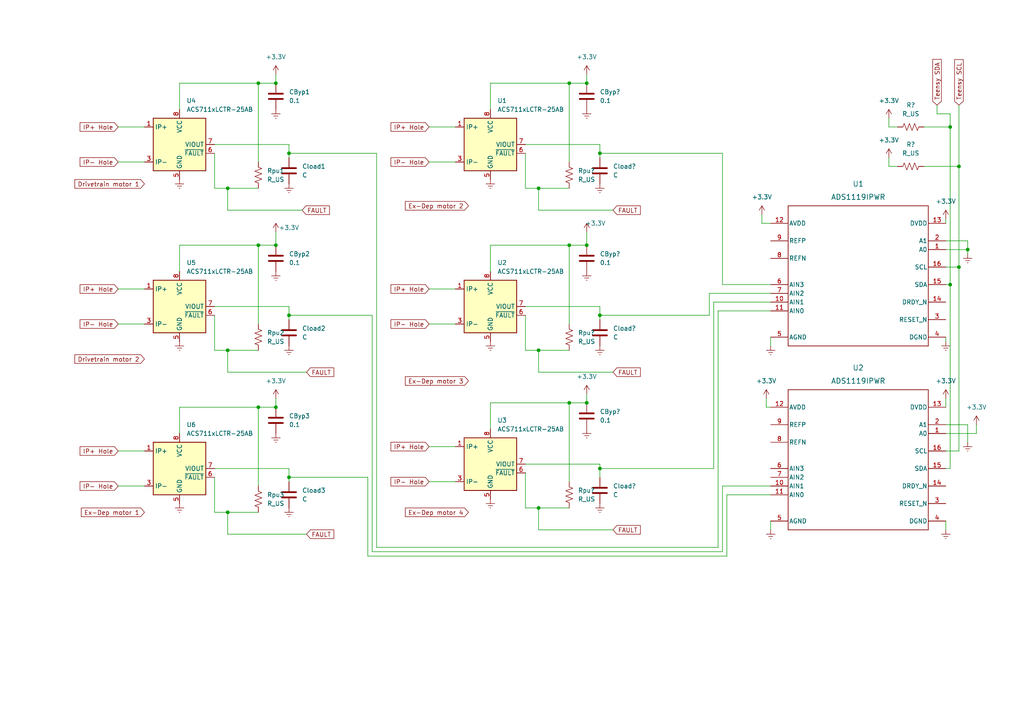
<source format=kicad_sch>
(kicad_sch (version 20211123) (generator eeschema)

  (uuid 2c607ed2-2c94-4c7a-b3fd-ab65c2c4d390)

  (paper "A4")

  (lib_symbols
    (symbol "2023-10-21_17-11-10:ADS1119IPWR" (pin_names (offset 0.254)) (in_bom yes) (on_board yes)
      (property "Reference" "U" (id 0) (at 0 2.54 0)
        (effects (font (size 1.524 1.524)))
      )
      (property "Value" "ADS1119IPWR" (id 1) (at 0 0 0)
        (effects (font (size 1.524 1.524)))
      )
      (property "Footprint" "PW0016A_N" (id 2) (at 0 0 0)
        (effects (font (size 1.27 1.27) italic) hide)
      )
      (property "Datasheet" "ADS1119IPWR" (id 3) (at 0 0 0)
        (effects (font (size 1.27 1.27) italic) hide)
      )
      (property "ki_locked" "" (id 4) (at 0 0 0)
        (effects (font (size 1.27 1.27)))
      )
      (property "ki_keywords" "ADS1119IPWR" (id 5) (at 0 0 0)
        (effects (font (size 1.27 1.27)) hide)
      )
      (property "ki_fp_filters" "PW0016A_N PW0016A_M PW0016A_L" (id 6) (at 0 0 0)
        (effects (font (size 1.27 1.27)) hide)
      )
      (symbol "ADS1119IPWR_0_1"
        (polyline
          (pts
            (xy -20.32 -20.32)
            (xy 20.32 -20.32)
          )
          (stroke (width 0.2032) (type default) (color 0 0 0 0))
          (fill (type none))
        )
        (polyline
          (pts
            (xy -20.32 20.32)
            (xy -20.32 -20.32)
          )
          (stroke (width 0.2032) (type default) (color 0 0 0 0))
          (fill (type none))
        )
        (polyline
          (pts
            (xy 20.32 -20.32)
            (xy 20.32 20.32)
          )
          (stroke (width 0.2032) (type default) (color 0 0 0 0))
          (fill (type none))
        )
        (polyline
          (pts
            (xy 20.32 20.32)
            (xy -20.32 20.32)
          )
          (stroke (width 0.2032) (type default) (color 0 0 0 0))
          (fill (type none))
        )
        (pin input line (at 25.4 7.62 180) (length 5.08)
          (name "A0" (effects (font (size 1.27 1.27))))
          (number "1" (effects (font (size 1.27 1.27))))
        )
        (pin input line (at -25.4 -7.62 0) (length 5.08)
          (name "AIN1" (effects (font (size 1.27 1.27))))
          (number "10" (effects (font (size 1.27 1.27))))
        )
        (pin input line (at -25.4 -10.16 0) (length 5.08)
          (name "AIN0" (effects (font (size 1.27 1.27))))
          (number "11" (effects (font (size 1.27 1.27))))
        )
        (pin power_in line (at -25.4 15.24 0) (length 5.08)
          (name "AVDD" (effects (font (size 1.27 1.27))))
          (number "12" (effects (font (size 1.27 1.27))))
        )
        (pin power_in line (at 25.4 15.24 180) (length 5.08)
          (name "DVDD" (effects (font (size 1.27 1.27))))
          (number "13" (effects (font (size 1.27 1.27))))
        )
        (pin output line (at 25.4 -7.62 180) (length 5.08)
          (name "DRDY_N" (effects (font (size 1.27 1.27))))
          (number "14" (effects (font (size 1.27 1.27))))
        )
        (pin bidirectional line (at 25.4 -2.54 180) (length 5.08)
          (name "SDA" (effects (font (size 1.27 1.27))))
          (number "15" (effects (font (size 1.27 1.27))))
        )
        (pin input line (at 25.4 2.54 180) (length 5.08)
          (name "SCL" (effects (font (size 1.27 1.27))))
          (number "16" (effects (font (size 1.27 1.27))))
        )
        (pin input line (at 25.4 10.16 180) (length 5.08)
          (name "A1" (effects (font (size 1.27 1.27))))
          (number "2" (effects (font (size 1.27 1.27))))
        )
        (pin input line (at 25.4 -12.7 180) (length 5.08)
          (name "RESET_N" (effects (font (size 1.27 1.27))))
          (number "3" (effects (font (size 1.27 1.27))))
        )
        (pin power_in line (at 25.4 -17.78 180) (length 5.08)
          (name "DGND" (effects (font (size 1.27 1.27))))
          (number "4" (effects (font (size 1.27 1.27))))
        )
        (pin power_in line (at -25.4 -17.78 0) (length 5.08)
          (name "AGND" (effects (font (size 1.27 1.27))))
          (number "5" (effects (font (size 1.27 1.27))))
        )
        (pin input line (at -25.4 -2.54 0) (length 5.08)
          (name "AIN3" (effects (font (size 1.27 1.27))))
          (number "6" (effects (font (size 1.27 1.27))))
        )
        (pin input line (at -25.4 -5.08 0) (length 5.08)
          (name "AIN2" (effects (font (size 1.27 1.27))))
          (number "7" (effects (font (size 1.27 1.27))))
        )
        (pin input line (at -25.4 5.08 0) (length 5.08)
          (name "REFN" (effects (font (size 1.27 1.27))))
          (number "8" (effects (font (size 1.27 1.27))))
        )
        (pin input line (at -25.4 10.16 0) (length 5.08)
          (name "REFP" (effects (font (size 1.27 1.27))))
          (number "9" (effects (font (size 1.27 1.27))))
        )
      )
    )
    (symbol "Device:C" (pin_numbers hide) (pin_names (offset 0.254)) (in_bom yes) (on_board yes)
      (property "Reference" "C" (id 0) (at 0.635 2.54 0)
        (effects (font (size 1.27 1.27)) (justify left))
      )
      (property "Value" "C" (id 1) (at 0.635 -2.54 0)
        (effects (font (size 1.27 1.27)) (justify left))
      )
      (property "Footprint" "" (id 2) (at 0.9652 -3.81 0)
        (effects (font (size 1.27 1.27)) hide)
      )
      (property "Datasheet" "~" (id 3) (at 0 0 0)
        (effects (font (size 1.27 1.27)) hide)
      )
      (property "ki_keywords" "cap capacitor" (id 4) (at 0 0 0)
        (effects (font (size 1.27 1.27)) hide)
      )
      (property "ki_description" "Unpolarized capacitor" (id 5) (at 0 0 0)
        (effects (font (size 1.27 1.27)) hide)
      )
      (property "ki_fp_filters" "C_*" (id 6) (at 0 0 0)
        (effects (font (size 1.27 1.27)) hide)
      )
      (symbol "C_0_1"
        (polyline
          (pts
            (xy -2.032 -0.762)
            (xy 2.032 -0.762)
          )
          (stroke (width 0.508) (type default) (color 0 0 0 0))
          (fill (type none))
        )
        (polyline
          (pts
            (xy -2.032 0.762)
            (xy 2.032 0.762)
          )
          (stroke (width 0.508) (type default) (color 0 0 0 0))
          (fill (type none))
        )
      )
      (symbol "C_1_1"
        (pin passive line (at 0 3.81 270) (length 2.794)
          (name "~" (effects (font (size 1.27 1.27))))
          (number "1" (effects (font (size 1.27 1.27))))
        )
        (pin passive line (at 0 -3.81 90) (length 2.794)
          (name "~" (effects (font (size 1.27 1.27))))
          (number "2" (effects (font (size 1.27 1.27))))
        )
      )
    )
    (symbol "Device:R_US" (pin_numbers hide) (pin_names (offset 0)) (in_bom yes) (on_board yes)
      (property "Reference" "R" (id 0) (at 2.54 0 90)
        (effects (font (size 1.27 1.27)))
      )
      (property "Value" "R_US" (id 1) (at -2.54 0 90)
        (effects (font (size 1.27 1.27)))
      )
      (property "Footprint" "" (id 2) (at 1.016 -0.254 90)
        (effects (font (size 1.27 1.27)) hide)
      )
      (property "Datasheet" "~" (id 3) (at 0 0 0)
        (effects (font (size 1.27 1.27)) hide)
      )
      (property "ki_keywords" "R res resistor" (id 4) (at 0 0 0)
        (effects (font (size 1.27 1.27)) hide)
      )
      (property "ki_description" "Resistor, US symbol" (id 5) (at 0 0 0)
        (effects (font (size 1.27 1.27)) hide)
      )
      (property "ki_fp_filters" "R_*" (id 6) (at 0 0 0)
        (effects (font (size 1.27 1.27)) hide)
      )
      (symbol "R_US_0_1"
        (polyline
          (pts
            (xy 0 -2.286)
            (xy 0 -2.54)
          )
          (stroke (width 0) (type default) (color 0 0 0 0))
          (fill (type none))
        )
        (polyline
          (pts
            (xy 0 2.286)
            (xy 0 2.54)
          )
          (stroke (width 0) (type default) (color 0 0 0 0))
          (fill (type none))
        )
        (polyline
          (pts
            (xy 0 -0.762)
            (xy 1.016 -1.143)
            (xy 0 -1.524)
            (xy -1.016 -1.905)
            (xy 0 -2.286)
          )
          (stroke (width 0) (type default) (color 0 0 0 0))
          (fill (type none))
        )
        (polyline
          (pts
            (xy 0 0.762)
            (xy 1.016 0.381)
            (xy 0 0)
            (xy -1.016 -0.381)
            (xy 0 -0.762)
          )
          (stroke (width 0) (type default) (color 0 0 0 0))
          (fill (type none))
        )
        (polyline
          (pts
            (xy 0 2.286)
            (xy 1.016 1.905)
            (xy 0 1.524)
            (xy -1.016 1.143)
            (xy 0 0.762)
          )
          (stroke (width 0) (type default) (color 0 0 0 0))
          (fill (type none))
        )
      )
      (symbol "R_US_1_1"
        (pin passive line (at 0 3.81 270) (length 1.27)
          (name "~" (effects (font (size 1.27 1.27))))
          (number "1" (effects (font (size 1.27 1.27))))
        )
        (pin passive line (at 0 -3.81 90) (length 1.27)
          (name "~" (effects (font (size 1.27 1.27))))
          (number "2" (effects (font (size 1.27 1.27))))
        )
      )
    )
    (symbol "Sensor_Current:ACS711xLCTR-25AB" (in_bom yes) (on_board yes)
      (property "Reference" "U" (id 0) (at 8.89 6.35 0)
        (effects (font (size 1.27 1.27)) (justify left))
      )
      (property "Value" "ACS711xLCTR-25AB" (id 1) (at 8.89 3.81 0)
        (effects (font (size 1.27 1.27)) (justify left))
      )
      (property "Footprint" "Package_SO:SOIC-8_3.9x4.9mm_P1.27mm" (id 2) (at 8.89 -1.27 0)
        (effects (font (size 1.27 1.27) italic) (justify left) hide)
      )
      (property "Datasheet" "http://www.allegromicro.com/~/Media/Files/Datasheets/ACS711-Datasheet.ashx" (id 3) (at 0 0 0)
        (effects (font (size 1.27 1.27)) hide)
      )
      (property "ki_keywords" "hall effect current monitor sensor isolated" (id 4) (at 0 0 0)
        (effects (font (size 1.27 1.27)) hide)
      )
      (property "ki_description" "±25A, Bidirectional, Hall-Effect Current Sensor, +3.3V supply, 55mV/A, SOIC-8" (id 5) (at 0 0 0)
        (effects (font (size 1.27 1.27)) hide)
      )
      (property "ki_fp_filters" "SOIC*3.9x4.9mm*P1.27mm*" (id 6) (at 0 0 0)
        (effects (font (size 1.27 1.27)) hide)
      )
      (symbol "ACS711xLCTR-25AB_0_1"
        (rectangle (start -7.62 7.62) (end 7.62 -7.62)
          (stroke (width 0.254) (type default) (color 0 0 0 0))
          (fill (type background))
        )
      )
      (symbol "ACS711xLCTR-25AB_1_1"
        (pin passive line (at -10.16 5.08 0) (length 2.54)
          (name "IP+" (effects (font (size 1.27 1.27))))
          (number "1" (effects (font (size 1.27 1.27))))
        )
        (pin passive line (at -10.16 5.08 0) (length 2.54) hide
          (name "IP+" (effects (font (size 1.27 1.27))))
          (number "2" (effects (font (size 1.27 1.27))))
        )
        (pin passive line (at -10.16 -5.08 0) (length 2.54)
          (name "IP-" (effects (font (size 1.27 1.27))))
          (number "3" (effects (font (size 1.27 1.27))))
        )
        (pin passive line (at -10.16 -5.08 0) (length 2.54) hide
          (name "IP-" (effects (font (size 1.27 1.27))))
          (number "4" (effects (font (size 1.27 1.27))))
        )
        (pin power_in line (at 0 -10.16 90) (length 2.54)
          (name "GND" (effects (font (size 1.27 1.27))))
          (number "5" (effects (font (size 1.27 1.27))))
        )
        (pin output line (at 10.16 -2.54 180) (length 2.54)
          (name "~{FAULT}" (effects (font (size 1.27 1.27))))
          (number "6" (effects (font (size 1.27 1.27))))
        )
        (pin output line (at 10.16 0 180) (length 2.54)
          (name "VIOUT" (effects (font (size 1.27 1.27))))
          (number "7" (effects (font (size 1.27 1.27))))
        )
        (pin power_in line (at 0 10.16 270) (length 2.54)
          (name "VCC" (effects (font (size 1.27 1.27))))
          (number "8" (effects (font (size 1.27 1.27))))
        )
      )
    )
    (symbol "power:+3.3V" (power) (pin_names (offset 0)) (in_bom yes) (on_board yes)
      (property "Reference" "#PWR" (id 0) (at 0 -3.81 0)
        (effects (font (size 1.27 1.27)) hide)
      )
      (property "Value" "+3.3V" (id 1) (at 0 3.556 0)
        (effects (font (size 1.27 1.27)))
      )
      (property "Footprint" "" (id 2) (at 0 0 0)
        (effects (font (size 1.27 1.27)) hide)
      )
      (property "Datasheet" "" (id 3) (at 0 0 0)
        (effects (font (size 1.27 1.27)) hide)
      )
      (property "ki_keywords" "power-flag" (id 4) (at 0 0 0)
        (effects (font (size 1.27 1.27)) hide)
      )
      (property "ki_description" "Power symbol creates a global label with name \"+3.3V\"" (id 5) (at 0 0 0)
        (effects (font (size 1.27 1.27)) hide)
      )
      (symbol "+3.3V_0_1"
        (polyline
          (pts
            (xy -0.762 1.27)
            (xy 0 2.54)
          )
          (stroke (width 0) (type default) (color 0 0 0 0))
          (fill (type none))
        )
        (polyline
          (pts
            (xy 0 0)
            (xy 0 2.54)
          )
          (stroke (width 0) (type default) (color 0 0 0 0))
          (fill (type none))
        )
        (polyline
          (pts
            (xy 0 2.54)
            (xy 0.762 1.27)
          )
          (stroke (width 0) (type default) (color 0 0 0 0))
          (fill (type none))
        )
      )
      (symbol "+3.3V_1_1"
        (pin power_in line (at 0 0 90) (length 0) hide
          (name "+3.3V" (effects (font (size 1.27 1.27))))
          (number "1" (effects (font (size 1.27 1.27))))
        )
      )
    )
    (symbol "power:Earth" (power) (pin_names (offset 0)) (in_bom yes) (on_board yes)
      (property "Reference" "#PWR" (id 0) (at 0 -6.35 0)
        (effects (font (size 1.27 1.27)) hide)
      )
      (property "Value" "Earth" (id 1) (at 0 -3.81 0)
        (effects (font (size 1.27 1.27)) hide)
      )
      (property "Footprint" "" (id 2) (at 0 0 0)
        (effects (font (size 1.27 1.27)) hide)
      )
      (property "Datasheet" "~" (id 3) (at 0 0 0)
        (effects (font (size 1.27 1.27)) hide)
      )
      (property "ki_keywords" "power-flag ground gnd" (id 4) (at 0 0 0)
        (effects (font (size 1.27 1.27)) hide)
      )
      (property "ki_description" "Power symbol creates a global label with name \"Earth\"" (id 5) (at 0 0 0)
        (effects (font (size 1.27 1.27)) hide)
      )
      (symbol "Earth_0_1"
        (polyline
          (pts
            (xy -0.635 -1.905)
            (xy 0.635 -1.905)
          )
          (stroke (width 0) (type default) (color 0 0 0 0))
          (fill (type none))
        )
        (polyline
          (pts
            (xy -0.127 -2.54)
            (xy 0.127 -2.54)
          )
          (stroke (width 0) (type default) (color 0 0 0 0))
          (fill (type none))
        )
        (polyline
          (pts
            (xy 0 -1.27)
            (xy 0 0)
          )
          (stroke (width 0) (type default) (color 0 0 0 0))
          (fill (type none))
        )
        (polyline
          (pts
            (xy 1.27 -1.27)
            (xy -1.27 -1.27)
          )
          (stroke (width 0) (type default) (color 0 0 0 0))
          (fill (type none))
        )
      )
      (symbol "Earth_1_1"
        (pin power_in line (at 0 0 270) (length 0) hide
          (name "Earth" (effects (font (size 1.27 1.27))))
          (number "1" (effects (font (size 1.27 1.27))))
        )
      )
    )
  )

  (junction (at 278.13 77.47) (diameter 0) (color 0 0 0 0)
    (uuid 00e5e659-7fcb-4397-8ba5-3e6a8eabda52)
  )
  (junction (at 278.13 48.26) (diameter 0) (color 0 0 0 0)
    (uuid 07f6772d-7ae0-4781-bb90-9e6820a27c71)
  )
  (junction (at 80.01 118.11) (diameter 0) (color 0 0 0 0)
    (uuid 2efb4ee4-f5db-493b-b2a2-6c4e6c869b71)
  )
  (junction (at 156.21 54.61) (diameter 0) (color 0 0 0 0)
    (uuid 2f4ea655-7fc9-4333-9156-38a12424128e)
  )
  (junction (at 165.1 24.13) (diameter 0) (color 0 0 0 0)
    (uuid 30e397e1-e045-4b73-8846-c134c5a2a705)
  )
  (junction (at 83.82 91.44) (diameter 0) (color 0 0 0 0)
    (uuid 358bfc38-39de-4d45-ab1b-c47783522888)
  )
  (junction (at 83.82 44.45) (diameter 0) (color 0 0 0 0)
    (uuid 3ff52d75-ce53-446b-bc89-87f90cc30831)
  )
  (junction (at 66.04 101.6) (diameter 0) (color 0 0 0 0)
    (uuid 41089559-c0a9-49fb-9e33-0369ed21fb63)
  )
  (junction (at 74.93 71.12) (diameter 0) (color 0 0 0 0)
    (uuid 45c2c14f-56d9-4213-837b-f092a1ff032b)
  )
  (junction (at 165.1 116.84) (diameter 0) (color 0 0 0 0)
    (uuid 5eceb16b-61e0-4c92-b2ae-55ee399c1112)
  )
  (junction (at 165.1 71.12) (diameter 0) (color 0 0 0 0)
    (uuid 646f7b02-873c-4eae-aced-5e361c24e0af)
  )
  (junction (at 280.67 72.39) (diameter 0) (color 0 0 0 0)
    (uuid 7837b64f-0b4b-4360-a0aa-fda39862ec96)
  )
  (junction (at 83.82 138.43) (diameter 0) (color 0 0 0 0)
    (uuid 7c233ed7-7fd1-46f2-aec1-5019adb610b6)
  )
  (junction (at 170.18 116.84) (diameter 0) (color 0 0 0 0)
    (uuid 9864a7c9-3f8b-4f88-810d-55e7a7aaebfc)
  )
  (junction (at 74.93 24.13) (diameter 0) (color 0 0 0 0)
    (uuid 9e03305f-8314-49d6-ba8c-584e29380cef)
  )
  (junction (at 275.59 36.83) (diameter 0) (color 0 0 0 0)
    (uuid b29baed5-36f3-46e7-ae69-8fab34cd3d85)
  )
  (junction (at 170.18 71.12) (diameter 0) (color 0 0 0 0)
    (uuid b4fbd6d8-48b8-4f88-9db2-e9c117595699)
  )
  (junction (at 275.59 82.55) (diameter 0) (color 0 0 0 0)
    (uuid b71a6513-53b6-48a2-b567-f271d7ddf1ae)
  )
  (junction (at 80.01 24.13) (diameter 0) (color 0 0 0 0)
    (uuid bf177833-789b-465a-a1fe-92c8baaf9298)
  )
  (junction (at 66.04 148.59) (diameter 0) (color 0 0 0 0)
    (uuid bf91bb82-dd40-496b-a672-8ed58b842e95)
  )
  (junction (at 74.93 118.11) (diameter 0) (color 0 0 0 0)
    (uuid c6651f66-8a9f-4417-bdaf-9fe3e7a703b4)
  )
  (junction (at 170.18 24.13) (diameter 0) (color 0 0 0 0)
    (uuid d0c2bc9f-0046-4429-8b29-fb525fe9eab3)
  )
  (junction (at 80.01 71.12) (diameter 0) (color 0 0 0 0)
    (uuid d354452b-e012-483e-bf34-8d5b62e395e5)
  )
  (junction (at 173.99 91.44) (diameter 0) (color 0 0 0 0)
    (uuid da45da15-f577-437a-bd5d-a93bf4730ba2)
  )
  (junction (at 156.21 147.32) (diameter 0) (color 0 0 0 0)
    (uuid dab35660-810b-400f-9b40-afc608ec5008)
  )
  (junction (at 173.99 44.45) (diameter 0) (color 0 0 0 0)
    (uuid e3b4316a-c578-44a2-8a4f-9eef87a4e25b)
  )
  (junction (at 66.04 54.61) (diameter 0) (color 0 0 0 0)
    (uuid ebe7b3f2-8b04-41b4-b92d-825bc839f731)
  )
  (junction (at 156.21 101.6) (diameter 0) (color 0 0 0 0)
    (uuid f43762c9-422f-40ef-b8f3-6f015a310379)
  )
  (junction (at 173.99 135.89) (diameter 0) (color 0 0 0 0)
    (uuid f505cf91-8364-499b-9cf3-06495bf1ce8c)
  )

  (wire (pts (xy 257.81 45.72) (xy 257.81 48.26))
    (stroke (width 0) (type default) (color 0 0 0 0))
    (uuid 012a58f2-5696-42ea-a46b-c83ce6ec897d)
  )
  (wire (pts (xy 52.07 71.12) (xy 74.93 71.12))
    (stroke (width 0) (type default) (color 0 0 0 0))
    (uuid 04eb2801-6555-4fdd-921e-df1047c2f616)
  )
  (wire (pts (xy 74.93 71.12) (xy 74.93 93.98))
    (stroke (width 0) (type default) (color 0 0 0 0))
    (uuid 054db391-745c-49a0-9b6c-cc3b5bd08a51)
  )
  (wire (pts (xy 152.4 44.45) (xy 152.4 54.61))
    (stroke (width 0) (type default) (color 0 0 0 0))
    (uuid 081ea0d4-45be-4fc4-acc2-e0e3d7037f3f)
  )
  (wire (pts (xy 66.04 154.94) (xy 88.9 154.94))
    (stroke (width 0) (type default) (color 0 0 0 0))
    (uuid 091b77fc-e68b-431a-a7b5-89013ae7ab74)
  )
  (wire (pts (xy 274.32 151.13) (xy 274.32 153.67))
    (stroke (width 0) (type default) (color 0 0 0 0))
    (uuid 098ecf17-50dd-4ca7-a76d-3a254be163bc)
  )
  (wire (pts (xy 52.07 118.11) (xy 74.93 118.11))
    (stroke (width 0) (type default) (color 0 0 0 0))
    (uuid 09d7843e-49a1-4c91-8ccd-eb0340f71f54)
  )
  (wire (pts (xy 173.99 44.45) (xy 209.55 44.45))
    (stroke (width 0) (type default) (color 0 0 0 0))
    (uuid 0b463ec7-a21d-4439-a1cc-d9d274695990)
  )
  (wire (pts (xy 170.18 67.31) (xy 170.18 71.12))
    (stroke (width 0) (type default) (color 0 0 0 0))
    (uuid 0ec4005d-5722-456e-a12f-503fa5dd1f94)
  )
  (wire (pts (xy 83.82 44.45) (xy 109.22 44.45))
    (stroke (width 0) (type default) (color 0 0 0 0))
    (uuid 0fde6b49-8790-49ab-9f80-d1a98c316e24)
  )
  (wire (pts (xy 173.99 135.89) (xy 173.99 138.43))
    (stroke (width 0) (type default) (color 0 0 0 0))
    (uuid 1278519f-e351-4037-9e76-985c745750c4)
  )
  (wire (pts (xy 34.29 36.83) (xy 41.91 36.83))
    (stroke (width 0) (type default) (color 0 0 0 0))
    (uuid 14d12010-1d29-4324-9db7-b50058886f79)
  )
  (wire (pts (xy 280.67 123.19) (xy 280.67 128.27))
    (stroke (width 0) (type default) (color 0 0 0 0))
    (uuid 161b7b04-c030-4ba8-95ff-90b1c842f210)
  )
  (wire (pts (xy 267.97 48.26) (xy 278.13 48.26))
    (stroke (width 0) (type default) (color 0 0 0 0))
    (uuid 177ff643-c27a-4798-9834-93b54ad148e2)
  )
  (wire (pts (xy 173.99 91.44) (xy 205.74 91.44))
    (stroke (width 0) (type default) (color 0 0 0 0))
    (uuid 178bed3b-3650-41b6-adcf-743dc381848b)
  )
  (wire (pts (xy 124.46 83.82) (xy 132.08 83.82))
    (stroke (width 0) (type default) (color 0 0 0 0))
    (uuid 1a71f13b-ed2d-482b-a293-5999ed12e0ed)
  )
  (wire (pts (xy 170.18 114.3) (xy 170.18 116.84))
    (stroke (width 0) (type default) (color 0 0 0 0))
    (uuid 1ce32257-bbb2-4e8b-9a02-37f6ebda09df)
  )
  (wire (pts (xy 207.01 135.89) (xy 207.01 87.63))
    (stroke (width 0) (type default) (color 0 0 0 0))
    (uuid 1e7dd03f-419c-41ff-9d9f-875a2ff47f79)
  )
  (wire (pts (xy 278.13 77.47) (xy 278.13 130.81))
    (stroke (width 0) (type default) (color 0 0 0 0))
    (uuid 21332774-dc0d-452d-bb8a-fde21b41a5f6)
  )
  (wire (pts (xy 106.68 161.29) (xy 210.82 161.29))
    (stroke (width 0) (type default) (color 0 0 0 0))
    (uuid 28f5edcf-7750-472e-8131-38d00587512d)
  )
  (wire (pts (xy 280.67 69.85) (xy 280.67 72.39))
    (stroke (width 0) (type default) (color 0 0 0 0))
    (uuid 29c38731-17ec-4f0f-a038-450143340106)
  )
  (wire (pts (xy 62.23 101.6) (xy 66.04 101.6))
    (stroke (width 0) (type default) (color 0 0 0 0))
    (uuid 2df07a4c-85ab-4a63-b48d-eccebaa001b8)
  )
  (wire (pts (xy 66.04 60.96) (xy 87.63 60.96))
    (stroke (width 0) (type default) (color 0 0 0 0))
    (uuid 2e6d6583-b4f5-48c4-88c9-5b0826cd08e0)
  )
  (wire (pts (xy 83.82 138.43) (xy 83.82 139.7))
    (stroke (width 0) (type default) (color 0 0 0 0))
    (uuid 31b5f88c-e49b-46f5-b6e3-24f6055dc585)
  )
  (wire (pts (xy 207.01 87.63) (xy 223.52 87.63))
    (stroke (width 0) (type default) (color 0 0 0 0))
    (uuid 337a1172-9656-4bf0-9623-27707b4931ae)
  )
  (wire (pts (xy 220.98 62.23) (xy 220.98 64.77))
    (stroke (width 0) (type default) (color 0 0 0 0))
    (uuid 34008aeb-dd28-498c-9a1d-7d3e06a6e788)
  )
  (wire (pts (xy 62.23 88.9) (xy 83.82 88.9))
    (stroke (width 0) (type default) (color 0 0 0 0))
    (uuid 3441a8a9-b6e4-4736-816c-926b84e8677d)
  )
  (wire (pts (xy 124.46 36.83) (xy 132.08 36.83))
    (stroke (width 0) (type default) (color 0 0 0 0))
    (uuid 352499c0-4199-4be9-8b12-3c31e5decb96)
  )
  (wire (pts (xy 156.21 54.61) (xy 165.1 54.61))
    (stroke (width 0) (type default) (color 0 0 0 0))
    (uuid 370c9d4e-95d0-402f-a605-db03be19c889)
  )
  (wire (pts (xy 223.52 97.79) (xy 223.52 100.33))
    (stroke (width 0) (type default) (color 0 0 0 0))
    (uuid 3904607f-a227-45cf-a457-4b67701561d9)
  )
  (wire (pts (xy 83.82 135.89) (xy 83.82 138.43))
    (stroke (width 0) (type default) (color 0 0 0 0))
    (uuid 39159848-343c-47c7-bbd8-447cc01af859)
  )
  (wire (pts (xy 106.68 138.43) (xy 106.68 161.29))
    (stroke (width 0) (type default) (color 0 0 0 0))
    (uuid 39612836-47be-403f-b59d-dca3f32cc860)
  )
  (wire (pts (xy 52.07 125.73) (xy 52.07 118.11))
    (stroke (width 0) (type default) (color 0 0 0 0))
    (uuid 39deced0-5ea3-4a72-8b8d-65c20aa44018)
  )
  (wire (pts (xy 34.29 46.99) (xy 41.91 46.99))
    (stroke (width 0) (type default) (color 0 0 0 0))
    (uuid 3b6b33c3-0a33-4107-9730-34c71623bc10)
  )
  (wire (pts (xy 52.07 24.13) (xy 74.93 24.13))
    (stroke (width 0) (type default) (color 0 0 0 0))
    (uuid 3b8c3e21-5498-4290-9c24-562fd527eb2e)
  )
  (wire (pts (xy 271.78 33.02) (xy 271.78 30.48))
    (stroke (width 0) (type default) (color 0 0 0 0))
    (uuid 3dd92d8e-77e2-4887-90cd-f31e2aa233cf)
  )
  (wire (pts (xy 66.04 148.59) (xy 74.93 148.59))
    (stroke (width 0) (type default) (color 0 0 0 0))
    (uuid 3f7c909b-dabc-4150-a23b-0566dd957b94)
  )
  (wire (pts (xy 209.55 44.45) (xy 209.55 82.55))
    (stroke (width 0) (type default) (color 0 0 0 0))
    (uuid 42f6c70f-875c-4562-b100-a0c9ac89c308)
  )
  (wire (pts (xy 83.82 88.9) (xy 83.82 91.44))
    (stroke (width 0) (type default) (color 0 0 0 0))
    (uuid 4452693e-ccd4-4cf2-a6da-fe9e2e6d2edb)
  )
  (wire (pts (xy 274.32 97.79) (xy 274.32 99.06))
    (stroke (width 0) (type default) (color 0 0 0 0))
    (uuid 45aee4c8-7568-4863-987e-c0d439ab8f59)
  )
  (wire (pts (xy 267.97 36.83) (xy 275.59 36.83))
    (stroke (width 0) (type default) (color 0 0 0 0))
    (uuid 4781b703-f31a-41d8-8dc5-2caf5abfa896)
  )
  (wire (pts (xy 156.21 153.67) (xy 177.8 153.67))
    (stroke (width 0) (type default) (color 0 0 0 0))
    (uuid 4ae36dd2-3920-4f8e-88e7-7e0b6b9a3cd6)
  )
  (wire (pts (xy 210.82 161.29) (xy 210.82 143.51))
    (stroke (width 0) (type default) (color 0 0 0 0))
    (uuid 4c4db557-ce81-4ee9-9da9-2370fe0f41bd)
  )
  (wire (pts (xy 205.74 91.44) (xy 205.74 85.09))
    (stroke (width 0) (type default) (color 0 0 0 0))
    (uuid 4d99df6d-6560-4232-b29e-cfa9cf21b9fd)
  )
  (wire (pts (xy 52.07 78.74) (xy 52.07 71.12))
    (stroke (width 0) (type default) (color 0 0 0 0))
    (uuid 4f0208c9-04a1-4747-8410-3185aed0547b)
  )
  (wire (pts (xy 62.23 54.61) (xy 66.04 54.61))
    (stroke (width 0) (type default) (color 0 0 0 0))
    (uuid 52d89eed-d25e-4371-b3ad-f55a74debbc4)
  )
  (wire (pts (xy 152.4 147.32) (xy 156.21 147.32))
    (stroke (width 0) (type default) (color 0 0 0 0))
    (uuid 53c8431a-538c-4291-acfb-4de3e2c84246)
  )
  (wire (pts (xy 278.13 48.26) (xy 278.13 77.47))
    (stroke (width 0) (type default) (color 0 0 0 0))
    (uuid 55733a93-1e54-4015-9138-edf94e797cf9)
  )
  (wire (pts (xy 208.28 158.75) (xy 109.22 158.75))
    (stroke (width 0) (type default) (color 0 0 0 0))
    (uuid 5660a74b-97d3-4741-a785-e8043f3bc2e2)
  )
  (wire (pts (xy 257.81 36.83) (xy 257.81 34.29))
    (stroke (width 0) (type default) (color 0 0 0 0))
    (uuid 5eaa5ae0-6798-4fb3-a3e2-75eb04f78cdb)
  )
  (wire (pts (xy 209.55 140.97) (xy 223.52 140.97))
    (stroke (width 0) (type default) (color 0 0 0 0))
    (uuid 5fd8675e-8b21-4376-943b-9bcf6a955609)
  )
  (wire (pts (xy 152.4 88.9) (xy 173.99 88.9))
    (stroke (width 0) (type default) (color 0 0 0 0))
    (uuid 60fdc820-5a32-4be4-9e63-b14dfb2c26d0)
  )
  (wire (pts (xy 74.93 24.13) (xy 80.01 24.13))
    (stroke (width 0) (type default) (color 0 0 0 0))
    (uuid 61a38ff7-4597-41e9-84f6-4ee214afcf7b)
  )
  (wire (pts (xy 165.1 71.12) (xy 165.1 93.98))
    (stroke (width 0) (type default) (color 0 0 0 0))
    (uuid 64427a4f-54ff-431c-84e8-a398238b18fa)
  )
  (wire (pts (xy 83.82 41.91) (xy 83.82 44.45))
    (stroke (width 0) (type default) (color 0 0 0 0))
    (uuid 662b0f01-7654-4444-9e13-174b02b821c8)
  )
  (wire (pts (xy 173.99 91.44) (xy 173.99 92.71))
    (stroke (width 0) (type default) (color 0 0 0 0))
    (uuid 676015a2-fadb-4696-89b4-f6b84cfeb775)
  )
  (wire (pts (xy 156.21 101.6) (xy 156.21 107.95))
    (stroke (width 0) (type default) (color 0 0 0 0))
    (uuid 68cd49ec-2d1f-4fe0-a802-52475dcb32c2)
  )
  (wire (pts (xy 52.07 31.75) (xy 52.07 24.13))
    (stroke (width 0) (type default) (color 0 0 0 0))
    (uuid 6a1407e3-fbf6-4817-8e56-69acbae628bb)
  )
  (wire (pts (xy 274.32 77.47) (xy 278.13 77.47))
    (stroke (width 0) (type default) (color 0 0 0 0))
    (uuid 6abedb59-7635-4287-9fa5-72815d7a2f5e)
  )
  (wire (pts (xy 142.24 71.12) (xy 165.1 71.12))
    (stroke (width 0) (type default) (color 0 0 0 0))
    (uuid 6b5804ac-c967-4f7b-853d-0dcad8204b72)
  )
  (wire (pts (xy 152.4 91.44) (xy 152.4 101.6))
    (stroke (width 0) (type default) (color 0 0 0 0))
    (uuid 6c9dacce-112c-455f-a4e4-a4f4edb468e4)
  )
  (wire (pts (xy 74.93 71.12) (xy 80.01 71.12))
    (stroke (width 0) (type default) (color 0 0 0 0))
    (uuid 6d3998dd-ac3e-43d6-98e1-c9c84b7f32a7)
  )
  (wire (pts (xy 274.32 72.39) (xy 280.67 72.39))
    (stroke (width 0) (type default) (color 0 0 0 0))
    (uuid 6ded6a85-6046-4e2c-8f5f-08192b63060b)
  )
  (wire (pts (xy 205.74 85.09) (xy 223.52 85.09))
    (stroke (width 0) (type default) (color 0 0 0 0))
    (uuid 6e3c4880-2b51-4267-9bf7-4b40fc661d7e)
  )
  (wire (pts (xy 156.21 147.32) (xy 165.1 147.32))
    (stroke (width 0) (type default) (color 0 0 0 0))
    (uuid 6f47aba2-e2eb-4b63-9b3c-8dd0ee459d89)
  )
  (wire (pts (xy 62.23 44.45) (xy 62.23 54.61))
    (stroke (width 0) (type default) (color 0 0 0 0))
    (uuid 6fd7b1ad-ff8b-46ec-a2ea-dca5d7ad6d0d)
  )
  (wire (pts (xy 170.18 21.59) (xy 170.18 24.13))
    (stroke (width 0) (type default) (color 0 0 0 0))
    (uuid 6ffe01fd-3427-46bc-911a-ed5867ae6942)
  )
  (wire (pts (xy 275.59 33.02) (xy 271.78 33.02))
    (stroke (width 0) (type default) (color 0 0 0 0))
    (uuid 72ff516e-f6dd-4f9f-a6a2-7e2b7468fd43)
  )
  (wire (pts (xy 62.23 138.43) (xy 62.23 148.59))
    (stroke (width 0) (type default) (color 0 0 0 0))
    (uuid 7368329e-72b3-4c2e-9f6a-e373eb66edd5)
  )
  (wire (pts (xy 34.29 93.98) (xy 41.91 93.98))
    (stroke (width 0) (type default) (color 0 0 0 0))
    (uuid 76d5e490-45b4-46fc-bd2d-c5e861c1c52d)
  )
  (wire (pts (xy 152.4 54.61) (xy 156.21 54.61))
    (stroke (width 0) (type default) (color 0 0 0 0))
    (uuid 79d44cfd-257c-4afd-9911-1c1f08ebf129)
  )
  (wire (pts (xy 152.4 41.91) (xy 173.99 41.91))
    (stroke (width 0) (type default) (color 0 0 0 0))
    (uuid 7a149ba5-b2d8-47e9-a281-2683026ec066)
  )
  (wire (pts (xy 210.82 143.51) (xy 223.52 143.51))
    (stroke (width 0) (type default) (color 0 0 0 0))
    (uuid 7c5ba1a3-8d77-434c-a6d8-47ec53baca00)
  )
  (wire (pts (xy 260.35 36.83) (xy 257.81 36.83))
    (stroke (width 0) (type default) (color 0 0 0 0))
    (uuid 7d3baf0f-2a8b-40af-8ef0-caa8cbdec222)
  )
  (wire (pts (xy 223.52 151.13) (xy 223.52 153.67))
    (stroke (width 0) (type default) (color 0 0 0 0))
    (uuid 7d615d96-8e2a-4dd1-a5ca-2aead7503205)
  )
  (wire (pts (xy 83.82 91.44) (xy 107.95 91.44))
    (stroke (width 0) (type default) (color 0 0 0 0))
    (uuid 7eb424eb-fe44-4cda-8567-f94db3f89ccf)
  )
  (wire (pts (xy 274.32 63.5) (xy 274.32 64.77))
    (stroke (width 0) (type default) (color 0 0 0 0))
    (uuid 7f940534-9f35-41ec-9d4e-5df860c72185)
  )
  (wire (pts (xy 165.1 24.13) (xy 170.18 24.13))
    (stroke (width 0) (type default) (color 0 0 0 0))
    (uuid 82a90b25-43c7-47f3-a0ad-376bff9a4dce)
  )
  (wire (pts (xy 66.04 107.95) (xy 88.9 107.95))
    (stroke (width 0) (type default) (color 0 0 0 0))
    (uuid 835b4b3a-5886-444d-8c66-a00a91dc567c)
  )
  (wire (pts (xy 173.99 41.91) (xy 173.99 44.45))
    (stroke (width 0) (type default) (color 0 0 0 0))
    (uuid 83f9356b-c76a-48d4-99fe-0403043bc3cd)
  )
  (wire (pts (xy 222.25 115.57) (xy 222.25 118.11))
    (stroke (width 0) (type default) (color 0 0 0 0))
    (uuid 8b77f417-c069-4703-9ab7-4a9bc32623c1)
  )
  (wire (pts (xy 156.21 147.32) (xy 156.21 153.67))
    (stroke (width 0) (type default) (color 0 0 0 0))
    (uuid 8e67ee21-a508-46b4-ad1a-d42e58a02e7e)
  )
  (wire (pts (xy 283.21 123.19) (xy 283.21 125.73))
    (stroke (width 0) (type default) (color 0 0 0 0))
    (uuid 90c6d3a8-1477-4bfc-8392-5d2eaa6d1dc9)
  )
  (wire (pts (xy 274.32 125.73) (xy 283.21 125.73))
    (stroke (width 0) (type default) (color 0 0 0 0))
    (uuid 91ada854-bb5b-4c4c-a912-2b5e6f6a0493)
  )
  (wire (pts (xy 142.24 31.75) (xy 142.24 24.13))
    (stroke (width 0) (type default) (color 0 0 0 0))
    (uuid 91e3681a-8503-4400-b487-ceacfd5d3ae5)
  )
  (wire (pts (xy 74.93 118.11) (xy 80.01 118.11))
    (stroke (width 0) (type default) (color 0 0 0 0))
    (uuid 935b6360-526d-403d-918f-774247e086d2)
  )
  (wire (pts (xy 274.32 69.85) (xy 280.67 69.85))
    (stroke (width 0) (type default) (color 0 0 0 0))
    (uuid 9369b798-d3e6-468b-a60e-a55dd94440f0)
  )
  (wire (pts (xy 66.04 54.61) (xy 74.93 54.61))
    (stroke (width 0) (type default) (color 0 0 0 0))
    (uuid 96730271-c25f-45b5-a441-645edd50fddf)
  )
  (wire (pts (xy 156.21 107.95) (xy 177.8 107.95))
    (stroke (width 0) (type default) (color 0 0 0 0))
    (uuid 96fa8e1a-5953-46bc-8728-9ff092f49b7d)
  )
  (wire (pts (xy 156.21 54.61) (xy 156.21 60.96))
    (stroke (width 0) (type default) (color 0 0 0 0))
    (uuid 9b179b63-c162-4fda-8627-c4ae67aa1c44)
  )
  (wire (pts (xy 274.32 130.81) (xy 278.13 130.81))
    (stroke (width 0) (type default) (color 0 0 0 0))
    (uuid 9ba52f0e-7ae2-4040-98f1-a71c41813027)
  )
  (wire (pts (xy 165.1 71.12) (xy 170.18 71.12))
    (stroke (width 0) (type default) (color 0 0 0 0))
    (uuid a268db94-fccc-497b-935a-76f63936a2f5)
  )
  (wire (pts (xy 156.21 60.96) (xy 177.8 60.96))
    (stroke (width 0) (type default) (color 0 0 0 0))
    (uuid a34363bb-eecc-45fb-bbc7-534f82d4b58f)
  )
  (wire (pts (xy 208.28 90.17) (xy 223.52 90.17))
    (stroke (width 0) (type default) (color 0 0 0 0))
    (uuid a4f2b383-e9e0-47ce-99d5-31c462d1530f)
  )
  (wire (pts (xy 274.32 123.19) (xy 280.67 123.19))
    (stroke (width 0) (type default) (color 0 0 0 0))
    (uuid a8cb1862-c3d2-4bb4-bff8-f51325ff3a82)
  )
  (wire (pts (xy 142.24 124.46) (xy 142.24 116.84))
    (stroke (width 0) (type default) (color 0 0 0 0))
    (uuid acc10ade-9268-48aa-bfee-d219c607b055)
  )
  (wire (pts (xy 142.24 24.13) (xy 165.1 24.13))
    (stroke (width 0) (type default) (color 0 0 0 0))
    (uuid aecf148b-e328-466e-beeb-7c7d369620cb)
  )
  (wire (pts (xy 274.32 135.89) (xy 275.59 135.89))
    (stroke (width 0) (type default) (color 0 0 0 0))
    (uuid b131e1b8-13c7-44cd-a915-b5fc85d5d9a7)
  )
  (wire (pts (xy 223.52 118.11) (xy 222.25 118.11))
    (stroke (width 0) (type default) (color 0 0 0 0))
    (uuid b16d8def-c892-4fb6-a238-9f96c60aa982)
  )
  (wire (pts (xy 66.04 54.61) (xy 66.04 60.96))
    (stroke (width 0) (type default) (color 0 0 0 0))
    (uuid b193a490-7afe-49ec-b76b-9c2f7e4ce92d)
  )
  (wire (pts (xy 109.22 158.75) (xy 109.22 44.45))
    (stroke (width 0) (type default) (color 0 0 0 0))
    (uuid b3958965-1bc2-4571-a9a1-935760d2b804)
  )
  (wire (pts (xy 208.28 158.75) (xy 208.28 90.17))
    (stroke (width 0) (type default) (color 0 0 0 0))
    (uuid b43fb950-dbae-4ee2-a4e8-d633f4a6bc5c)
  )
  (wire (pts (xy 156.21 101.6) (xy 165.1 101.6))
    (stroke (width 0) (type default) (color 0 0 0 0))
    (uuid b668fdc0-e847-4ca9-93d6-a56fec0ed8ad)
  )
  (wire (pts (xy 62.23 41.91) (xy 83.82 41.91))
    (stroke (width 0) (type default) (color 0 0 0 0))
    (uuid b6d4b44c-b040-45ae-8600-48542b86d8b9)
  )
  (wire (pts (xy 173.99 44.45) (xy 173.99 45.72))
    (stroke (width 0) (type default) (color 0 0 0 0))
    (uuid b9b9228e-4ef7-4a0e-8e3e-f397fa2c72f0)
  )
  (wire (pts (xy 124.46 139.7) (xy 132.08 139.7))
    (stroke (width 0) (type default) (color 0 0 0 0))
    (uuid bb837d70-f180-407e-aba9-99923a055eb4)
  )
  (wire (pts (xy 107.95 91.44) (xy 107.95 160.02))
    (stroke (width 0) (type default) (color 0 0 0 0))
    (uuid bc1a053b-5ed3-44fa-9dd3-904d395ed5f4)
  )
  (wire (pts (xy 80.01 67.31) (xy 80.01 71.12))
    (stroke (width 0) (type default) (color 0 0 0 0))
    (uuid bd27fd79-a761-4b9b-8277-091abc2b4943)
  )
  (wire (pts (xy 275.59 82.55) (xy 275.59 36.83))
    (stroke (width 0) (type default) (color 0 0 0 0))
    (uuid be432129-e1b1-4fd3-89ab-5023fbeb334d)
  )
  (wire (pts (xy 223.52 64.77) (xy 220.98 64.77))
    (stroke (width 0) (type default) (color 0 0 0 0))
    (uuid c139045f-0cc4-4da8-b642-4e028e9a79a7)
  )
  (wire (pts (xy 62.23 91.44) (xy 62.23 101.6))
    (stroke (width 0) (type default) (color 0 0 0 0))
    (uuid c22b96a1-bf81-4668-8928-bb4b53e0928a)
  )
  (wire (pts (xy 152.4 101.6) (xy 156.21 101.6))
    (stroke (width 0) (type default) (color 0 0 0 0))
    (uuid c4abead1-48df-4e15-8db3-8d9a614e6cd7)
  )
  (wire (pts (xy 124.46 46.99) (xy 132.08 46.99))
    (stroke (width 0) (type default) (color 0 0 0 0))
    (uuid c4bd356f-d7bd-4fbd-831f-4c613d90e388)
  )
  (wire (pts (xy 165.1 24.13) (xy 165.1 46.99))
    (stroke (width 0) (type default) (color 0 0 0 0))
    (uuid c508a902-fe0b-455c-b242-a39004f0945c)
  )
  (wire (pts (xy 274.32 115.57) (xy 274.32 118.11))
    (stroke (width 0) (type default) (color 0 0 0 0))
    (uuid c62c005c-6784-4670-b73f-3c99a96908d8)
  )
  (wire (pts (xy 260.35 48.26) (xy 257.81 48.26))
    (stroke (width 0) (type default) (color 0 0 0 0))
    (uuid c6997f8d-0bcf-4bc6-9a17-05dad89da148)
  )
  (wire (pts (xy 107.95 160.02) (xy 209.55 160.02))
    (stroke (width 0) (type default) (color 0 0 0 0))
    (uuid ca6eae12-64d7-4909-a9ba-96fc231f25ba)
  )
  (wire (pts (xy 66.04 101.6) (xy 66.04 107.95))
    (stroke (width 0) (type default) (color 0 0 0 0))
    (uuid cc7fc7db-83d7-410c-9021-44769313184e)
  )
  (wire (pts (xy 173.99 88.9) (xy 173.99 91.44))
    (stroke (width 0) (type default) (color 0 0 0 0))
    (uuid cf000336-9fc6-4caa-abd8-248a5e068ecc)
  )
  (wire (pts (xy 34.29 130.81) (xy 41.91 130.81))
    (stroke (width 0) (type default) (color 0 0 0 0))
    (uuid d0301fbd-7435-4e9f-9e99-f59caae8d7d9)
  )
  (wire (pts (xy 124.46 93.98) (xy 132.08 93.98))
    (stroke (width 0) (type default) (color 0 0 0 0))
    (uuid d38d68bd-1802-494e-be5c-d386e8186d85)
  )
  (wire (pts (xy 165.1 116.84) (xy 165.1 139.7))
    (stroke (width 0) (type default) (color 0 0 0 0))
    (uuid d5362f68-f9b8-46eb-b7f8-fe6c4f20f0bc)
  )
  (wire (pts (xy 66.04 101.6) (xy 74.93 101.6))
    (stroke (width 0) (type default) (color 0 0 0 0))
    (uuid d5712cd8-9421-470c-af12-65f2f8599506)
  )
  (wire (pts (xy 80.01 115.57) (xy 80.01 118.11))
    (stroke (width 0) (type default) (color 0 0 0 0))
    (uuid d662fd5c-85d2-4b50-a517-3249062f3766)
  )
  (wire (pts (xy 34.29 83.82) (xy 41.91 83.82))
    (stroke (width 0) (type default) (color 0 0 0 0))
    (uuid d66610ad-2871-46f2-87f6-9c67f5418602)
  )
  (wire (pts (xy 173.99 135.89) (xy 207.01 135.89))
    (stroke (width 0) (type default) (color 0 0 0 0))
    (uuid d83e85e6-9647-404e-918f-73b0b179b32a)
  )
  (wire (pts (xy 152.4 137.16) (xy 152.4 147.32))
    (stroke (width 0) (type default) (color 0 0 0 0))
    (uuid d9f7fa5c-ad63-43be-8564-b2db790a5a58)
  )
  (wire (pts (xy 83.82 91.44) (xy 83.82 92.71))
    (stroke (width 0) (type default) (color 0 0 0 0))
    (uuid dcb86106-c35e-41dd-911d-17dcd5f5e141)
  )
  (wire (pts (xy 209.55 160.02) (xy 209.55 140.97))
    (stroke (width 0) (type default) (color 0 0 0 0))
    (uuid df54838b-bc62-4a6f-a67d-0a15f620301f)
  )
  (wire (pts (xy 275.59 36.83) (xy 275.59 33.02))
    (stroke (width 0) (type default) (color 0 0 0 0))
    (uuid e3456f4d-2d15-4798-a07b-7f27b2cbcfcb)
  )
  (wire (pts (xy 209.55 82.55) (xy 223.52 82.55))
    (stroke (width 0) (type default) (color 0 0 0 0))
    (uuid e3b41495-6a83-4cfe-87b4-0ab6633c958c)
  )
  (wire (pts (xy 62.23 135.89) (xy 83.82 135.89))
    (stroke (width 0) (type default) (color 0 0 0 0))
    (uuid e45f0f0e-a699-4af1-8fee-605e59c3e772)
  )
  (wire (pts (xy 34.29 140.97) (xy 41.91 140.97))
    (stroke (width 0) (type default) (color 0 0 0 0))
    (uuid e8328f91-3451-4881-aae7-398c8e646b24)
  )
  (wire (pts (xy 142.24 116.84) (xy 165.1 116.84))
    (stroke (width 0) (type default) (color 0 0 0 0))
    (uuid e951a308-6c63-422d-a899-3175ba0a2a49)
  )
  (wire (pts (xy 278.13 30.48) (xy 278.13 48.26))
    (stroke (width 0) (type default) (color 0 0 0 0))
    (uuid ea1efbe8-bc63-4e43-a744-f3f6de97e552)
  )
  (wire (pts (xy 83.82 44.45) (xy 83.82 45.72))
    (stroke (width 0) (type default) (color 0 0 0 0))
    (uuid ea5f863e-8b25-408c-ab83-a57f7fae81a3)
  )
  (wire (pts (xy 152.4 134.62) (xy 173.99 134.62))
    (stroke (width 0) (type default) (color 0 0 0 0))
    (uuid eb92c92f-b32e-4097-85bc-1fafe5de468b)
  )
  (wire (pts (xy 274.32 82.55) (xy 275.59 82.55))
    (stroke (width 0) (type default) (color 0 0 0 0))
    (uuid edeaca61-a640-4d6a-940f-3d74d4626be7)
  )
  (wire (pts (xy 66.04 148.59) (xy 66.04 154.94))
    (stroke (width 0) (type default) (color 0 0 0 0))
    (uuid ee61e4ba-2377-4425-8206-490c0bb6938c)
  )
  (wire (pts (xy 165.1 116.84) (xy 170.18 116.84))
    (stroke (width 0) (type default) (color 0 0 0 0))
    (uuid eee774d9-5c1e-4c94-a7db-64ff24bb1b9d)
  )
  (wire (pts (xy 74.93 118.11) (xy 74.93 140.97))
    (stroke (width 0) (type default) (color 0 0 0 0))
    (uuid f117c179-a62d-4c15-91fe-f9cd741c2f74)
  )
  (wire (pts (xy 80.01 21.59) (xy 80.01 24.13))
    (stroke (width 0) (type default) (color 0 0 0 0))
    (uuid f1eedcf3-064c-4339-97ea-827c996a06f5)
  )
  (wire (pts (xy 74.93 24.13) (xy 74.93 46.99))
    (stroke (width 0) (type default) (color 0 0 0 0))
    (uuid f24259e1-f487-4dcb-87f9-932669bf5895)
  )
  (wire (pts (xy 83.82 138.43) (xy 106.68 138.43))
    (stroke (width 0) (type default) (color 0 0 0 0))
    (uuid f279dcf0-6af3-4475-a2aa-7083f12b5a91)
  )
  (wire (pts (xy 142.24 78.74) (xy 142.24 71.12))
    (stroke (width 0) (type default) (color 0 0 0 0))
    (uuid f33f7dc9-ebc5-40ae-9a9a-77c2abf6fd99)
  )
  (wire (pts (xy 173.99 134.62) (xy 173.99 135.89))
    (stroke (width 0) (type default) (color 0 0 0 0))
    (uuid f99b1e52-75ad-4b1c-ab55-83a44eb66d43)
  )
  (wire (pts (xy 62.23 148.59) (xy 66.04 148.59))
    (stroke (width 0) (type default) (color 0 0 0 0))
    (uuid fa7644bd-2a0f-46ab-950f-897eec0b1a7d)
  )
  (wire (pts (xy 280.67 72.39) (xy 280.67 73.66))
    (stroke (width 0) (type default) (color 0 0 0 0))
    (uuid fe387eb9-7d33-41f7-9fdd-85f5840ba7fc)
  )
  (wire (pts (xy 124.46 129.54) (xy 132.08 129.54))
    (stroke (width 0) (type default) (color 0 0 0 0))
    (uuid fe7c18c3-0320-4f86-a91d-70fe4654090e)
  )
  (wire (pts (xy 275.59 135.89) (xy 275.59 82.55))
    (stroke (width 0) (type default) (color 0 0 0 0))
    (uuid ff6eb368-cabc-48fb-a6c1-f35f6e5da2ed)
  )

  (global_label "IP+ Hole" (shape input) (at 124.46 83.82 180) (fields_autoplaced)
    (effects (font (size 1.27 1.27)) (justify right))
    (uuid 06d1c81f-917f-4d25-b9cb-16131bdf0884)
    (property "Intersheet References" "${INTERSHEET_REFS}" (id 0) (at 113.3988 83.7406 0)
      (effects (font (size 1.27 1.27)) (justify right) hide)
    )
  )
  (global_label "FAULT" (shape input) (at 177.8 107.95 0) (fields_autoplaced)
    (effects (font (size 1.27 1.27)) (justify left))
    (uuid 0fbbecd8-a9d8-4392-92ab-7d2f0411d99d)
    (property "Intersheet References" "${INTERSHEET_REFS}" (id 0) (at 185.7164 107.8706 0)
      (effects (font (size 1.27 1.27)) (justify left) hide)
    )
  )
  (global_label "FAULT" (shape input) (at 88.9 154.94 0) (fields_autoplaced)
    (effects (font (size 1.27 1.27)) (justify left))
    (uuid 10061654-1a8c-4485-8789-448308c28889)
    (property "Intersheet References" "${INTERSHEET_REFS}" (id 0) (at 96.8164 154.8606 0)
      (effects (font (size 1.27 1.27)) (justify left) hide)
    )
  )
  (global_label "Ex-Dep motor 4" (shape input) (at 135.89 148.59 180) (fields_autoplaced)
    (effects (font (size 1.27 1.27)) (justify right))
    (uuid 1157fe7f-8878-41c2-b7f4-e91d1852f32f)
    (property "Intersheet References" "${INTERSHEET_REFS}" (id 0) (at 117.5717 148.5106 0)
      (effects (font (size 1.27 1.27)) (justify right) hide)
    )
  )
  (global_label "FAULT" (shape input) (at 87.63 60.96 0) (fields_autoplaced)
    (effects (font (size 1.27 1.27)) (justify left))
    (uuid 19a74365-d3a3-491b-9126-22e9922d6231)
    (property "Intersheet References" "${INTERSHEET_REFS}" (id 0) (at 95.5464 60.8806 0)
      (effects (font (size 1.27 1.27)) (justify left) hide)
    )
  )
  (global_label "IP- Hole" (shape input) (at 34.29 93.98 180) (fields_autoplaced)
    (effects (font (size 1.27 1.27)) (justify right))
    (uuid 1daf37f7-a4be-4e15-b3a1-972dede05193)
    (property "Intersheet References" "${INTERSHEET_REFS}" (id 0) (at 23.2288 93.9006 0)
      (effects (font (size 1.27 1.27)) (justify right) hide)
    )
  )
  (global_label "IP- Hole" (shape input) (at 34.29 46.99 180) (fields_autoplaced)
    (effects (font (size 1.27 1.27)) (justify right))
    (uuid 1ebeb1e2-1933-4425-b9a8-8a8cf86cc0ba)
    (property "Intersheet References" "${INTERSHEET_REFS}" (id 0) (at 23.2288 46.9106 0)
      (effects (font (size 1.27 1.27)) (justify right) hide)
    )
  )
  (global_label "Ex-Dep motor 3" (shape input) (at 135.89 110.49 180) (fields_autoplaced)
    (effects (font (size 1.27 1.27)) (justify right))
    (uuid 36b17f2d-8867-4946-80ae-a0c5f3fde8d8)
    (property "Intersheet References" "${INTERSHEET_REFS}" (id 0) (at 117.5717 110.4106 0)
      (effects (font (size 1.27 1.27)) (justify right) hide)
    )
  )
  (global_label "Teensy SDA" (shape input) (at 271.78 30.48 90) (fields_autoplaced)
    (effects (font (size 1.27 1.27)) (justify left))
    (uuid 49a4c979-93f9-4d08-90a1-40554363623c)
    (property "Intersheet References" "${INTERSHEET_REFS}" (id 0) (at 271.7006 17.2417 90)
      (effects (font (size 1.27 1.27)) (justify left) hide)
    )
  )
  (global_label "IP- Hole" (shape input) (at 124.46 93.98 180) (fields_autoplaced)
    (effects (font (size 1.27 1.27)) (justify right))
    (uuid 686872a6-a500-44ef-9bee-258f6ef9ef22)
    (property "Intersheet References" "${INTERSHEET_REFS}" (id 0) (at 113.3988 93.9006 0)
      (effects (font (size 1.27 1.27)) (justify right) hide)
    )
  )
  (global_label "IP+ Hole" (shape input) (at 124.46 36.83 180) (fields_autoplaced)
    (effects (font (size 1.27 1.27)) (justify right))
    (uuid 6ead74c1-79a2-441a-972d-8b8cf645e537)
    (property "Intersheet References" "${INTERSHEET_REFS}" (id 0) (at 113.3988 36.7506 0)
      (effects (font (size 1.27 1.27)) (justify right) hide)
    )
  )
  (global_label "IP- Hole" (shape input) (at 34.29 140.97 180) (fields_autoplaced)
    (effects (font (size 1.27 1.27)) (justify right))
    (uuid 705ec0f9-f081-4ee6-b79e-943dec7c8c88)
    (property "Intersheet References" "${INTERSHEET_REFS}" (id 0) (at 23.2288 140.8906 0)
      (effects (font (size 1.27 1.27)) (justify right) hide)
    )
  )
  (global_label "FAULT" (shape input) (at 88.9 107.95 0) (fields_autoplaced)
    (effects (font (size 1.27 1.27)) (justify left))
    (uuid 7b9d1c1d-036b-4167-a75d-2f4a8b9dd1c4)
    (property "Intersheet References" "${INTERSHEET_REFS}" (id 0) (at 96.8164 107.8706 0)
      (effects (font (size 1.27 1.27)) (justify left) hide)
    )
  )
  (global_label "Drivetrain motor 1" (shape input) (at 41.91 53.34 180) (fields_autoplaced)
    (effects (font (size 1.27 1.27)) (justify right))
    (uuid 8006bc17-2edb-416f-b85e-31dfc6cf1cfe)
    (property "Intersheet References" "${INTERSHEET_REFS}" (id 0) (at 21.7169 53.2606 0)
      (effects (font (size 1.27 1.27)) (justify right) hide)
    )
  )
  (global_label "Ex-Dep motor 2" (shape input) (at 135.89 59.69 180) (fields_autoplaced)
    (effects (font (size 1.27 1.27)) (justify right))
    (uuid 882fc805-393f-4b3b-be6a-4815e4472ec7)
    (property "Intersheet References" "${INTERSHEET_REFS}" (id 0) (at 117.5717 59.6106 0)
      (effects (font (size 1.27 1.27)) (justify right) hide)
    )
  )
  (global_label "Teensy SCL" (shape input) (at 278.13 30.48 90) (fields_autoplaced)
    (effects (font (size 1.27 1.27)) (justify left))
    (uuid 8aec322e-b2bb-4a26-ab1f-e0e5479af84c)
    (property "Intersheet References" "${INTERSHEET_REFS}" (id 0) (at 278.0506 17.3021 90)
      (effects (font (size 1.27 1.27)) (justify left) hide)
    )
  )
  (global_label "IP+ Hole" (shape input) (at 34.29 83.82 180) (fields_autoplaced)
    (effects (font (size 1.27 1.27)) (justify right))
    (uuid 8d8893e0-536c-47c0-b389-226d21f59940)
    (property "Intersheet References" "${INTERSHEET_REFS}" (id 0) (at 23.2288 83.7406 0)
      (effects (font (size 1.27 1.27)) (justify right) hide)
    )
  )
  (global_label "Drivetrain motor 2" (shape input) (at 41.91 104.14 180) (fields_autoplaced)
    (effects (font (size 1.27 1.27)) (justify right))
    (uuid 8e84ba3d-786b-4705-8862-8a8b1e8d5224)
    (property "Intersheet References" "${INTERSHEET_REFS}" (id 0) (at 21.7169 104.0606 0)
      (effects (font (size 1.27 1.27)) (justify right) hide)
    )
  )
  (global_label "IP- Hole" (shape input) (at 124.46 139.7 180) (fields_autoplaced)
    (effects (font (size 1.27 1.27)) (justify right))
    (uuid 901cd0b4-a52e-4170-b3bd-3b66c3da6635)
    (property "Intersheet References" "${INTERSHEET_REFS}" (id 0) (at 113.3988 139.6206 0)
      (effects (font (size 1.27 1.27)) (justify right) hide)
    )
  )
  (global_label "FAULT" (shape input) (at 177.8 153.67 0) (fields_autoplaced)
    (effects (font (size 1.27 1.27)) (justify left))
    (uuid 98dc09a4-b5fd-4f8f-a750-b3c816bdd97d)
    (property "Intersheet References" "${INTERSHEET_REFS}" (id 0) (at 185.7164 153.5906 0)
      (effects (font (size 1.27 1.27)) (justify left) hide)
    )
  )
  (global_label "Ex-Dep motor 1" (shape input) (at 41.91 148.59 180) (fields_autoplaced)
    (effects (font (size 1.27 1.27)) (justify right))
    (uuid 9ca29908-2e1c-4a58-86e9-54fab9aab00d)
    (property "Intersheet References" "${INTERSHEET_REFS}" (id 0) (at 23.5917 148.5106 0)
      (effects (font (size 1.27 1.27)) (justify right) hide)
    )
  )
  (global_label "IP+ Hole" (shape input) (at 34.29 130.81 180) (fields_autoplaced)
    (effects (font (size 1.27 1.27)) (justify right))
    (uuid a86638c4-7c3e-40db-ae8f-c93a7ad5ac99)
    (property "Intersheet References" "${INTERSHEET_REFS}" (id 0) (at 23.2288 130.7306 0)
      (effects (font (size 1.27 1.27)) (justify right) hide)
    )
  )
  (global_label "FAULT" (shape input) (at 177.8 60.96 0) (fields_autoplaced)
    (effects (font (size 1.27 1.27)) (justify left))
    (uuid b784350e-7f3e-4b63-9003-adbb4c92e3e1)
    (property "Intersheet References" "${INTERSHEET_REFS}" (id 0) (at 185.7164 60.8806 0)
      (effects (font (size 1.27 1.27)) (justify left) hide)
    )
  )
  (global_label "IP+ Hole" (shape input) (at 34.29 36.83 180) (fields_autoplaced)
    (effects (font (size 1.27 1.27)) (justify right))
    (uuid bc8dad32-6969-4c35-a5a1-7fcdb42c8392)
    (property "Intersheet References" "${INTERSHEET_REFS}" (id 0) (at 23.2288 36.7506 0)
      (effects (font (size 1.27 1.27)) (justify right) hide)
    )
  )
  (global_label "IP+ Hole" (shape input) (at 124.46 129.54 180) (fields_autoplaced)
    (effects (font (size 1.27 1.27)) (justify right))
    (uuid e44da67b-d778-405f-8adb-92271ac37866)
    (property "Intersheet References" "${INTERSHEET_REFS}" (id 0) (at 113.3988 129.4606 0)
      (effects (font (size 1.27 1.27)) (justify right) hide)
    )
  )
  (global_label "IP- Hole" (shape input) (at 124.46 46.99 180) (fields_autoplaced)
    (effects (font (size 1.27 1.27)) (justify right))
    (uuid fbcae360-7ee5-421a-a1bc-a44d73942d47)
    (property "Intersheet References" "${INTERSHEET_REFS}" (id 0) (at 113.3988 46.9106 0)
      (effects (font (size 1.27 1.27)) (justify right) hide)
    )
  )

  (symbol (lib_id "Sensor_Current:ACS711xLCTR-25AB") (at 52.07 88.9 0) (unit 1)
    (in_bom yes) (on_board yes) (fields_autoplaced)
    (uuid 00201f83-214d-4f63-86ce-4f7afc87acaa)
    (property "Reference" "U5" (id 0) (at 54.0894 76.2 0)
      (effects (font (size 1.27 1.27)) (justify left))
    )
    (property "Value" "ACS711xLCTR-25AB" (id 1) (at 54.0894 78.74 0)
      (effects (font (size 1.27 1.27)) (justify left))
    )
    (property "Footprint" "Package_SO:SOIC-8_3.9x4.9mm_P1.27mm" (id 2) (at 60.96 90.17 0)
      (effects (font (size 1.27 1.27) italic) (justify left) hide)
    )
    (property "Datasheet" "http://www.allegromicro.com/~/Media/Files/Datasheets/ACS711-Datasheet.ashx" (id 3) (at 52.07 88.9 0)
      (effects (font (size 1.27 1.27)) hide)
    )
    (pin "1" (uuid c73fc1ba-6fe1-41a0-8c8d-82e16287bde5))
    (pin "2" (uuid d06c2b26-27e2-45bc-8dae-21fe07d7a0ae))
    (pin "3" (uuid 3947f068-319f-49b0-8033-ca8541ddc39a))
    (pin "4" (uuid 4cca48c8-6d6e-4d6b-9b6c-639f7a810a1d))
    (pin "5" (uuid 770a66e3-4a0e-4227-a084-1ce666701426))
    (pin "6" (uuid e2fe28f5-54a8-42a5-8ee4-4664da7ce4ab))
    (pin "7" (uuid df568e41-9fd6-46f2-800d-f78ee2fb2f7a))
    (pin "8" (uuid af0538bc-3e79-4c79-ae9e-497afeb9b284))
  )

  (symbol (lib_id "Sensor_Current:ACS711xLCTR-25AB") (at 52.07 135.89 0) (unit 1)
    (in_bom yes) (on_board yes) (fields_autoplaced)
    (uuid 0bad0632-f65e-410b-8eea-0b3943add0e6)
    (property "Reference" "U6" (id 0) (at 54.0894 123.19 0)
      (effects (font (size 1.27 1.27)) (justify left))
    )
    (property "Value" "ACS711xLCTR-25AB" (id 1) (at 54.0894 125.73 0)
      (effects (font (size 1.27 1.27)) (justify left))
    )
    (property "Footprint" "Package_SO:SOIC-8_3.9x4.9mm_P1.27mm" (id 2) (at 60.96 137.16 0)
      (effects (font (size 1.27 1.27) italic) (justify left) hide)
    )
    (property "Datasheet" "http://www.allegromicro.com/~/Media/Files/Datasheets/ACS711-Datasheet.ashx" (id 3) (at 52.07 135.89 0)
      (effects (font (size 1.27 1.27)) hide)
    )
    (pin "1" (uuid efec9931-e20f-45ad-8353-f16fe707b53c))
    (pin "2" (uuid dcac6767-f75a-4ecf-b465-9fe78cf89bd1))
    (pin "3" (uuid bb36e789-add7-4f2e-929c-0259a7e9c01b))
    (pin "4" (uuid 99aa74f6-9e00-4937-a104-0e9bead654ef))
    (pin "5" (uuid fc4a1c16-0079-452d-a111-84a63917287b))
    (pin "6" (uuid c5ac0dc8-bb3a-49e6-825a-d250baee6441))
    (pin "7" (uuid fd5169fd-bbb0-4766-9dc1-1260f4e79f67))
    (pin "8" (uuid 0d38a4bf-96d3-447a-ac76-81a0364f73d5))
  )

  (symbol (lib_id "power:Earth") (at 280.67 128.27 0) (unit 1)
    (in_bom yes) (on_board yes) (fields_autoplaced)
    (uuid 11d1681c-f5ce-4b21-9e32-4f86f6c5fab1)
    (property "Reference" "#PWR?" (id 0) (at 280.67 134.62 0)
      (effects (font (size 1.27 1.27)) hide)
    )
    (property "Value" "Earth" (id 1) (at 280.67 132.08 0)
      (effects (font (size 1.27 1.27)) hide)
    )
    (property "Footprint" "" (id 2) (at 280.67 128.27 0)
      (effects (font (size 1.27 1.27)) hide)
    )
    (property "Datasheet" "~" (id 3) (at 280.67 128.27 0)
      (effects (font (size 1.27 1.27)) hide)
    )
    (pin "1" (uuid 57d6bab8-7e96-4068-b5a3-865b84337a10))
  )

  (symbol (lib_id "Sensor_Current:ACS711xLCTR-25AB") (at 142.24 88.9 0) (unit 1)
    (in_bom yes) (on_board yes) (fields_autoplaced)
    (uuid 15c9cd18-1e95-48e5-8f40-17a6187b4103)
    (property "Reference" "U2" (id 0) (at 144.2594 76.2 0)
      (effects (font (size 1.27 1.27)) (justify left))
    )
    (property "Value" "ACS711xLCTR-25AB" (id 1) (at 144.2594 78.74 0)
      (effects (font (size 1.27 1.27)) (justify left))
    )
    (property "Footprint" "Package_SO:SOIC-8_3.9x4.9mm_P1.27mm" (id 2) (at 151.13 90.17 0)
      (effects (font (size 1.27 1.27) italic) (justify left) hide)
    )
    (property "Datasheet" "http://www.allegromicro.com/~/Media/Files/Datasheets/ACS711-Datasheet.ashx" (id 3) (at 142.24 88.9 0)
      (effects (font (size 1.27 1.27)) hide)
    )
    (pin "1" (uuid 4b52728f-61c5-4880-bcbb-778dacc7e732))
    (pin "2" (uuid db732962-b837-4633-8d12-c7573cae10a2))
    (pin "3" (uuid 391d15de-ebee-4289-8503-824812c5ca04))
    (pin "4" (uuid 3dbbf86e-1a85-4d09-9be3-720d4fc8776e))
    (pin "5" (uuid e8b5b1c1-aed1-4cb0-b049-0e29f2ee5a7d))
    (pin "6" (uuid b0bcc39f-bcd0-4cc9-94d4-5cc63bd1cdc5))
    (pin "7" (uuid 909448e0-430e-472e-a771-ef2e691ea99c))
    (pin "8" (uuid bfbca08a-4116-4152-a66b-253c34575304))
  )

  (symbol (lib_id "power:Earth") (at 52.07 52.07 0) (unit 1)
    (in_bom yes) (on_board yes) (fields_autoplaced)
    (uuid 175363b5-d5d9-4dc8-a14e-a51c72cfe945)
    (property "Reference" "#PWR0101" (id 0) (at 52.07 58.42 0)
      (effects (font (size 1.27 1.27)) hide)
    )
    (property "Value" "Earth" (id 1) (at 52.07 55.88 0)
      (effects (font (size 1.27 1.27)) hide)
    )
    (property "Footprint" "" (id 2) (at 52.07 52.07 0)
      (effects (font (size 1.27 1.27)) hide)
    )
    (property "Datasheet" "~" (id 3) (at 52.07 52.07 0)
      (effects (font (size 1.27 1.27)) hide)
    )
    (pin "1" (uuid 82531210-01e2-4006-939e-4a1b51a0db81))
  )

  (symbol (lib_id "power:Earth") (at 170.18 78.74 0) (unit 1)
    (in_bom yes) (on_board yes) (fields_autoplaced)
    (uuid 17da02e0-4f2f-4984-b781-971476f21050)
    (property "Reference" "#PWR?" (id 0) (at 170.18 85.09 0)
      (effects (font (size 1.27 1.27)) hide)
    )
    (property "Value" "Earth" (id 1) (at 170.18 82.55 0)
      (effects (font (size 1.27 1.27)) hide)
    )
    (property "Footprint" "" (id 2) (at 170.18 78.74 0)
      (effects (font (size 1.27 1.27)) hide)
    )
    (property "Datasheet" "~" (id 3) (at 170.18 78.74 0)
      (effects (font (size 1.27 1.27)) hide)
    )
    (pin "1" (uuid b743768c-a95e-4aae-acbe-fbbbddcb752c))
  )

  (symbol (lib_id "power:Earth") (at 80.01 78.74 0) (unit 1)
    (in_bom yes) (on_board yes) (fields_autoplaced)
    (uuid 1a4f5bc4-26d3-45af-8009-2dda638da6a0)
    (property "Reference" "#PWR0107" (id 0) (at 80.01 85.09 0)
      (effects (font (size 1.27 1.27)) hide)
    )
    (property "Value" "Earth" (id 1) (at 80.01 82.55 0)
      (effects (font (size 1.27 1.27)) hide)
    )
    (property "Footprint" "" (id 2) (at 80.01 78.74 0)
      (effects (font (size 1.27 1.27)) hide)
    )
    (property "Datasheet" "~" (id 3) (at 80.01 78.74 0)
      (effects (font (size 1.27 1.27)) hide)
    )
    (pin "1" (uuid 65669884-5264-426e-b25b-b591f6109db0))
  )

  (symbol (lib_id "power:Earth") (at 52.07 146.05 0) (unit 1)
    (in_bom yes) (on_board yes) (fields_autoplaced)
    (uuid 215a1038-fdca-4369-9931-a5adbf414b7e)
    (property "Reference" "#PWR0109" (id 0) (at 52.07 152.4 0)
      (effects (font (size 1.27 1.27)) hide)
    )
    (property "Value" "Earth" (id 1) (at 52.07 149.86 0)
      (effects (font (size 1.27 1.27)) hide)
    )
    (property "Footprint" "" (id 2) (at 52.07 146.05 0)
      (effects (font (size 1.27 1.27)) hide)
    )
    (property "Datasheet" "~" (id 3) (at 52.07 146.05 0)
      (effects (font (size 1.27 1.27)) hide)
    )
    (pin "1" (uuid 98da7423-6f45-4b70-8d1d-ff02e044ced7))
  )

  (symbol (lib_id "power:+3.3V") (at 170.18 21.59 0) (unit 1)
    (in_bom yes) (on_board yes) (fields_autoplaced)
    (uuid 2417cf70-0574-4f48-8928-16d74f1bfb40)
    (property "Reference" "#PWR?" (id 0) (at 170.18 25.4 0)
      (effects (font (size 1.27 1.27)) hide)
    )
    (property "Value" "+3.3V" (id 1) (at 170.18 16.51 0))
    (property "Footprint" "" (id 2) (at 170.18 21.59 0)
      (effects (font (size 1.27 1.27)) hide)
    )
    (property "Datasheet" "" (id 3) (at 170.18 21.59 0)
      (effects (font (size 1.27 1.27)) hide)
    )
    (pin "1" (uuid 81f94308-81f6-4121-b09e-4bde32d6a433))
  )

  (symbol (lib_id "Device:C") (at 80.01 121.92 0) (unit 1)
    (in_bom yes) (on_board yes) (fields_autoplaced)
    (uuid 2bb42d0d-7eae-46fb-8c84-d50001d9ef26)
    (property "Reference" "CByp3" (id 0) (at 83.82 120.6499 0)
      (effects (font (size 1.27 1.27)) (justify left))
    )
    (property "Value" "0.1" (id 1) (at 83.82 123.1899 0)
      (effects (font (size 1.27 1.27)) (justify left))
    )
    (property "Footprint" "" (id 2) (at 80.9752 125.73 0)
      (effects (font (size 1.27 1.27)) hide)
    )
    (property "Datasheet" "~" (id 3) (at 80.01 121.92 0)
      (effects (font (size 1.27 1.27)) hide)
    )
    (pin "1" (uuid 8de01fcb-0cae-47c6-aa1d-2ffcb9275aff))
    (pin "2" (uuid 3e48300f-e32f-46e2-9c13-1f5de2dd19eb))
  )

  (symbol (lib_id "power:+3.3V") (at 80.01 67.31 0) (unit 1)
    (in_bom yes) (on_board yes)
    (uuid 2dbc2870-4089-42e4-b19a-5c8c9eaed51a)
    (property "Reference" "#PWR0106" (id 0) (at 80.01 71.12 0)
      (effects (font (size 1.27 1.27)) hide)
    )
    (property "Value" "+3.3V" (id 1) (at 83.82 66.04 0))
    (property "Footprint" "" (id 2) (at 80.01 67.31 0)
      (effects (font (size 1.27 1.27)) hide)
    )
    (property "Datasheet" "" (id 3) (at 80.01 67.31 0)
      (effects (font (size 1.27 1.27)) hide)
    )
    (pin "1" (uuid 87e00bc4-e3c7-4316-8e0f-47382ae5d5b2))
  )

  (symbol (lib_id "Device:R_US") (at 74.93 97.79 0) (unit 1)
    (in_bom yes) (on_board yes) (fields_autoplaced)
    (uuid 2ed3c9c3-1955-4ca2-b722-9565c67565b8)
    (property "Reference" "Rpu2" (id 0) (at 77.47 96.5199 0)
      (effects (font (size 1.27 1.27)) (justify left))
    )
    (property "Value" "R_US" (id 1) (at 77.47 99.0599 0)
      (effects (font (size 1.27 1.27)) (justify left))
    )
    (property "Footprint" "" (id 2) (at 75.946 98.044 90)
      (effects (font (size 1.27 1.27)) hide)
    )
    (property "Datasheet" "~" (id 3) (at 74.93 97.79 0)
      (effects (font (size 1.27 1.27)) hide)
    )
    (pin "1" (uuid a2bcd5ce-ea08-4fcd-bf0e-dbefc836bbec))
    (pin "2" (uuid 56e9c55c-9ba8-4a11-a6ba-973b6cf113fa))
  )

  (symbol (lib_id "power:+3.3V") (at 257.81 45.72 0) (unit 1)
    (in_bom yes) (on_board yes) (fields_autoplaced)
    (uuid 2ff56f4a-1a5c-426d-bd03-829111b01b20)
    (property "Reference" "#PWR?" (id 0) (at 257.81 49.53 0)
      (effects (font (size 1.27 1.27)) hide)
    )
    (property "Value" "+3.3V" (id 1) (at 257.81 40.64 0))
    (property "Footprint" "" (id 2) (at 257.81 45.72 0)
      (effects (font (size 1.27 1.27)) hide)
    )
    (property "Datasheet" "" (id 3) (at 257.81 45.72 0)
      (effects (font (size 1.27 1.27)) hide)
    )
    (pin "1" (uuid dc29adeb-cdc5-42f4-8e54-d18ffcb6d8ec))
  )

  (symbol (lib_id "power:Earth") (at 142.24 99.06 0) (unit 1)
    (in_bom yes) (on_board yes) (fields_autoplaced)
    (uuid 3595381a-d732-4e9d-9b88-601bf328f758)
    (property "Reference" "#PWR?" (id 0) (at 142.24 105.41 0)
      (effects (font (size 1.27 1.27)) hide)
    )
    (property "Value" "Earth" (id 1) (at 142.24 102.87 0)
      (effects (font (size 1.27 1.27)) hide)
    )
    (property "Footprint" "" (id 2) (at 142.24 99.06 0)
      (effects (font (size 1.27 1.27)) hide)
    )
    (property "Datasheet" "~" (id 3) (at 142.24 99.06 0)
      (effects (font (size 1.27 1.27)) hide)
    )
    (pin "1" (uuid b16364bb-8bd0-4d77-87bc-f1c8a6dcd1ae))
  )

  (symbol (lib_id "power:Earth") (at 173.99 53.34 0) (unit 1)
    (in_bom yes) (on_board yes) (fields_autoplaced)
    (uuid 37cf969f-1ea7-4812-a592-b88af44c8688)
    (property "Reference" "#PWR?" (id 0) (at 173.99 59.69 0)
      (effects (font (size 1.27 1.27)) hide)
    )
    (property "Value" "Earth" (id 1) (at 173.99 57.15 0)
      (effects (font (size 1.27 1.27)) hide)
    )
    (property "Footprint" "" (id 2) (at 173.99 53.34 0)
      (effects (font (size 1.27 1.27)) hide)
    )
    (property "Datasheet" "~" (id 3) (at 173.99 53.34 0)
      (effects (font (size 1.27 1.27)) hide)
    )
    (pin "1" (uuid 66d3e33d-c640-4590-97bb-fbca38e5fa76))
  )

  (symbol (lib_id "Device:C") (at 170.18 120.65 0) (unit 1)
    (in_bom yes) (on_board yes) (fields_autoplaced)
    (uuid 3c4f78b4-82a6-4c24-94b1-7fcbcbcdb477)
    (property "Reference" "CByp?" (id 0) (at 173.99 119.3799 0)
      (effects (font (size 1.27 1.27)) (justify left))
    )
    (property "Value" "0.1" (id 1) (at 173.99 121.9199 0)
      (effects (font (size 1.27 1.27)) (justify left))
    )
    (property "Footprint" "" (id 2) (at 171.1452 124.46 0)
      (effects (font (size 1.27 1.27)) hide)
    )
    (property "Datasheet" "~" (id 3) (at 170.18 120.65 0)
      (effects (font (size 1.27 1.27)) hide)
    )
    (pin "1" (uuid e7fcefd4-6302-467b-b48c-33655edd33d6))
    (pin "2" (uuid 56c9441e-bb51-41c6-ade3-279f437dcf69))
  )

  (symbol (lib_id "Device:C") (at 83.82 49.53 0) (unit 1)
    (in_bom yes) (on_board yes) (fields_autoplaced)
    (uuid 3d20728a-917e-42aa-a8e0-4b1f20a26e0b)
    (property "Reference" "Cload1" (id 0) (at 87.63 48.2599 0)
      (effects (font (size 1.27 1.27)) (justify left))
    )
    (property "Value" "C" (id 1) (at 87.63 50.7999 0)
      (effects (font (size 1.27 1.27)) (justify left))
    )
    (property "Footprint" "" (id 2) (at 84.7852 53.34 0)
      (effects (font (size 1.27 1.27)) hide)
    )
    (property "Datasheet" "~" (id 3) (at 83.82 49.53 0)
      (effects (font (size 1.27 1.27)) hide)
    )
    (pin "1" (uuid 810e0eec-2495-4c69-9618-aedfe6b9f965))
    (pin "2" (uuid 7c3ac6ac-b594-4401-b262-337344625157))
  )

  (symbol (lib_id "power:+3.3V") (at 257.81 34.29 0) (unit 1)
    (in_bom yes) (on_board yes) (fields_autoplaced)
    (uuid 3d28489d-5b8b-466b-ad1d-85af34296c52)
    (property "Reference" "#PWR?" (id 0) (at 257.81 38.1 0)
      (effects (font (size 1.27 1.27)) hide)
    )
    (property "Value" "+3.3V" (id 1) (at 257.81 29.21 0))
    (property "Footprint" "" (id 2) (at 257.81 34.29 0)
      (effects (font (size 1.27 1.27)) hide)
    )
    (property "Datasheet" "" (id 3) (at 257.81 34.29 0)
      (effects (font (size 1.27 1.27)) hide)
    )
    (pin "1" (uuid d9e64407-b8ee-45ca-b956-92119b489e18))
  )

  (symbol (lib_id "power:Earth") (at 274.32 153.67 0) (unit 1)
    (in_bom yes) (on_board yes) (fields_autoplaced)
    (uuid 4af3d5ef-0af8-47b7-a7f6-ecc43682b971)
    (property "Reference" "#PWR?" (id 0) (at 274.32 160.02 0)
      (effects (font (size 1.27 1.27)) hide)
    )
    (property "Value" "Earth" (id 1) (at 274.32 157.48 0)
      (effects (font (size 1.27 1.27)) hide)
    )
    (property "Footprint" "" (id 2) (at 274.32 153.67 0)
      (effects (font (size 1.27 1.27)) hide)
    )
    (property "Datasheet" "~" (id 3) (at 274.32 153.67 0)
      (effects (font (size 1.27 1.27)) hide)
    )
    (pin "1" (uuid bf2a1740-5648-429e-8523-8e647f892c01))
  )

  (symbol (lib_id "power:Earth") (at 173.99 100.33 0) (unit 1)
    (in_bom yes) (on_board yes) (fields_autoplaced)
    (uuid 4c155de0-11ac-4bec-a541-4bd15082451b)
    (property "Reference" "#PWR?" (id 0) (at 173.99 106.68 0)
      (effects (font (size 1.27 1.27)) hide)
    )
    (property "Value" "Earth" (id 1) (at 173.99 104.14 0)
      (effects (font (size 1.27 1.27)) hide)
    )
    (property "Footprint" "" (id 2) (at 173.99 100.33 0)
      (effects (font (size 1.27 1.27)) hide)
    )
    (property "Datasheet" "~" (id 3) (at 173.99 100.33 0)
      (effects (font (size 1.27 1.27)) hide)
    )
    (pin "1" (uuid 07b107cf-d819-4ba2-b1ef-1f314254cdd6))
  )

  (symbol (lib_id "power:Earth") (at 83.82 100.33 0) (unit 1)
    (in_bom yes) (on_board yes) (fields_autoplaced)
    (uuid 50c2f38d-dcc8-430e-b7ff-fe640d66653f)
    (property "Reference" "#PWR0104" (id 0) (at 83.82 106.68 0)
      (effects (font (size 1.27 1.27)) hide)
    )
    (property "Value" "Earth" (id 1) (at 83.82 104.14 0)
      (effects (font (size 1.27 1.27)) hide)
    )
    (property "Footprint" "" (id 2) (at 83.82 100.33 0)
      (effects (font (size 1.27 1.27)) hide)
    )
    (property "Datasheet" "~" (id 3) (at 83.82 100.33 0)
      (effects (font (size 1.27 1.27)) hide)
    )
    (pin "1" (uuid f871574e-02d2-400f-b370-a13b07afba98))
  )

  (symbol (lib_id "Device:C") (at 170.18 27.94 0) (unit 1)
    (in_bom yes) (on_board yes) (fields_autoplaced)
    (uuid 557646bc-88ae-4993-ad21-179df9eaf453)
    (property "Reference" "CByp?" (id 0) (at 173.99 26.6699 0)
      (effects (font (size 1.27 1.27)) (justify left))
    )
    (property "Value" "0.1" (id 1) (at 173.99 29.2099 0)
      (effects (font (size 1.27 1.27)) (justify left))
    )
    (property "Footprint" "" (id 2) (at 171.1452 31.75 0)
      (effects (font (size 1.27 1.27)) hide)
    )
    (property "Datasheet" "~" (id 3) (at 170.18 27.94 0)
      (effects (font (size 1.27 1.27)) hide)
    )
    (pin "1" (uuid 4ee457f3-3668-4636-b4bb-fe651d97b602))
    (pin "2" (uuid 1feaadd3-aa5d-4c11-a62f-e16cb3618836))
  )

  (symbol (lib_id "power:Earth") (at 170.18 124.46 0) (unit 1)
    (in_bom yes) (on_board yes) (fields_autoplaced)
    (uuid 61b2b503-bf34-46d3-9684-2676d0fdb604)
    (property "Reference" "#PWR?" (id 0) (at 170.18 130.81 0)
      (effects (font (size 1.27 1.27)) hide)
    )
    (property "Value" "Earth" (id 1) (at 170.18 128.27 0)
      (effects (font (size 1.27 1.27)) hide)
    )
    (property "Footprint" "" (id 2) (at 170.18 124.46 0)
      (effects (font (size 1.27 1.27)) hide)
    )
    (property "Datasheet" "~" (id 3) (at 170.18 124.46 0)
      (effects (font (size 1.27 1.27)) hide)
    )
    (pin "1" (uuid 60138776-a59e-4649-ab61-02b3237cd7cd))
  )

  (symbol (lib_id "Device:R_US") (at 165.1 143.51 0) (unit 1)
    (in_bom yes) (on_board yes) (fields_autoplaced)
    (uuid 662ca768-0e4a-4aec-88fd-89d3f620cd4b)
    (property "Reference" "Rpu?" (id 0) (at 167.64 142.2399 0)
      (effects (font (size 1.27 1.27)) (justify left))
    )
    (property "Value" "R_US" (id 1) (at 167.64 144.7799 0)
      (effects (font (size 1.27 1.27)) (justify left))
    )
    (property "Footprint" "" (id 2) (at 166.116 143.764 90)
      (effects (font (size 1.27 1.27)) hide)
    )
    (property "Datasheet" "~" (id 3) (at 165.1 143.51 0)
      (effects (font (size 1.27 1.27)) hide)
    )
    (pin "1" (uuid 679f5e37-c7c6-4029-bc9d-118d3f4cbd0e))
    (pin "2" (uuid a71eb908-71ac-483c-8c5b-eadc234e09c9))
  )

  (symbol (lib_id "power:Earth") (at 280.67 73.66 0) (unit 1)
    (in_bom yes) (on_board yes) (fields_autoplaced)
    (uuid 68985cc9-fea0-47d6-8a64-abac8c75300e)
    (property "Reference" "#PWR?" (id 0) (at 280.67 80.01 0)
      (effects (font (size 1.27 1.27)) hide)
    )
    (property "Value" "Earth" (id 1) (at 280.67 77.47 0)
      (effects (font (size 1.27 1.27)) hide)
    )
    (property "Footprint" "" (id 2) (at 280.67 73.66 0)
      (effects (font (size 1.27 1.27)) hide)
    )
    (property "Datasheet" "~" (id 3) (at 280.67 73.66 0)
      (effects (font (size 1.27 1.27)) hide)
    )
    (pin "1" (uuid 8c939b13-a941-468e-8c7a-9a35b5cef88c))
  )

  (symbol (lib_id "2023-10-21_17-11-10:ADS1119IPWR") (at 248.92 133.35 0) (unit 1)
    (in_bom yes) (on_board yes) (fields_autoplaced)
    (uuid 6c7b4140-e3f7-473d-90ad-4868762444d6)
    (property "Reference" "U2" (id 0) (at 248.92 106.68 0)
      (effects (font (size 1.524 1.524)))
    )
    (property "Value" "ADS1119IPWR" (id 1) (at 248.92 110.49 0)
      (effects (font (size 1.524 1.524)))
    )
    (property "Footprint" "PW0016A_N" (id 2) (at 248.92 133.35 0)
      (effects (font (size 1.27 1.27) italic) hide)
    )
    (property "Datasheet" "ADS1119IPWR" (id 3) (at 248.92 133.35 0)
      (effects (font (size 1.27 1.27) italic) hide)
    )
    (pin "1" (uuid dbdf2b78-72c3-4f03-93f0-cb8f6ed66ecd))
    (pin "10" (uuid d168b37d-099c-43f9-a21b-4f5c53a60165))
    (pin "11" (uuid b13aaef2-01f3-4b64-8df1-37404b24e704))
    (pin "12" (uuid 7b62986e-da30-4e74-89db-5b2b3149b926))
    (pin "13" (uuid 3cb343f9-46f5-47e6-85e8-23a178b1d646))
    (pin "14" (uuid a885a88d-8cf8-46f4-9bbb-fe97dee9bb61))
    (pin "15" (uuid 5cc8563f-e8c1-447e-9b1c-5a3d8208292e))
    (pin "16" (uuid 84b57f32-0f00-4bcc-befb-185244f888f8))
    (pin "2" (uuid 1f459f15-6e6d-497f-bda8-a613c9b64949))
    (pin "3" (uuid 55601194-c073-487e-b99f-0ef117c21b98))
    (pin "4" (uuid 85b4875f-552a-41cf-a38f-b46f496ec899))
    (pin "5" (uuid bfb1b645-e566-44cf-824b-7b17507f5f20))
    (pin "6" (uuid 8cc1da5f-f42f-44ca-aeae-15ce0cac89b2))
    (pin "7" (uuid a1106233-0746-47de-8711-7bfec8b7d807))
    (pin "8" (uuid 2918abfc-dfed-42e3-ae53-224120d0c8df))
    (pin "9" (uuid 4c893724-793b-4a4e-95ff-3ce8b5530700))
  )

  (symbol (lib_id "Device:R_US") (at 74.93 144.78 0) (unit 1)
    (in_bom yes) (on_board yes) (fields_autoplaced)
    (uuid 73f0a3c2-046f-45d4-b29f-a4818124a3b7)
    (property "Reference" "Rpu3" (id 0) (at 77.47 143.5099 0)
      (effects (font (size 1.27 1.27)) (justify left))
    )
    (property "Value" "R_US" (id 1) (at 77.47 146.0499 0)
      (effects (font (size 1.27 1.27)) (justify left))
    )
    (property "Footprint" "" (id 2) (at 75.946 145.034 90)
      (effects (font (size 1.27 1.27)) hide)
    )
    (property "Datasheet" "~" (id 3) (at 74.93 144.78 0)
      (effects (font (size 1.27 1.27)) hide)
    )
    (pin "1" (uuid 973dbf98-8509-44a3-8697-dd7ec643cba0))
    (pin "2" (uuid 7afd9bdf-eb98-4ffd-94fc-a15d0f5cb2bd))
  )

  (symbol (lib_id "power:+3.3V") (at 170.18 114.3 0) (unit 1)
    (in_bom yes) (on_board yes) (fields_autoplaced)
    (uuid 787a7a99-00a8-43e0-bb25-a6e5fc2a900a)
    (property "Reference" "#PWR?" (id 0) (at 170.18 118.11 0)
      (effects (font (size 1.27 1.27)) hide)
    )
    (property "Value" "+3.3V" (id 1) (at 170.18 109.22 0))
    (property "Footprint" "" (id 2) (at 170.18 114.3 0)
      (effects (font (size 1.27 1.27)) hide)
    )
    (property "Datasheet" "" (id 3) (at 170.18 114.3 0)
      (effects (font (size 1.27 1.27)) hide)
    )
    (pin "1" (uuid fd5c40ab-2d33-49ce-a971-636415a71d8c))
  )

  (symbol (lib_id "Device:R_US") (at 74.93 50.8 0) (unit 1)
    (in_bom yes) (on_board yes) (fields_autoplaced)
    (uuid 80351ed1-29bb-4991-bf3e-81eeb4b349fd)
    (property "Reference" "Rpu1" (id 0) (at 77.47 49.5299 0)
      (effects (font (size 1.27 1.27)) (justify left))
    )
    (property "Value" "R_US" (id 1) (at 77.47 52.0699 0)
      (effects (font (size 1.27 1.27)) (justify left))
    )
    (property "Footprint" "" (id 2) (at 75.946 51.054 90)
      (effects (font (size 1.27 1.27)) hide)
    )
    (property "Datasheet" "~" (id 3) (at 74.93 50.8 0)
      (effects (font (size 1.27 1.27)) hide)
    )
    (pin "1" (uuid 397e70a0-aaf2-44ed-9e10-ff9bc59b4666))
    (pin "2" (uuid 11ef12ee-f414-4686-9ff0-cccf00c9d411))
  )

  (symbol (lib_id "power:+3.3V") (at 283.21 123.19 0) (unit 1)
    (in_bom yes) (on_board yes) (fields_autoplaced)
    (uuid 9335107f-f366-4337-b966-d6071c32b2b9)
    (property "Reference" "#PWR?" (id 0) (at 283.21 127 0)
      (effects (font (size 1.27 1.27)) hide)
    )
    (property "Value" "+3.3V" (id 1) (at 283.21 118.11 0))
    (property "Footprint" "" (id 2) (at 283.21 123.19 0)
      (effects (font (size 1.27 1.27)) hide)
    )
    (property "Datasheet" "" (id 3) (at 283.21 123.19 0)
      (effects (font (size 1.27 1.27)) hide)
    )
    (pin "1" (uuid b1d931cd-2c42-4254-b859-93356a5e9854))
  )

  (symbol (lib_id "power:Earth") (at 223.52 153.67 0) (unit 1)
    (in_bom yes) (on_board yes) (fields_autoplaced)
    (uuid 9626f5e7-06b8-499e-8853-35048d5b74dd)
    (property "Reference" "#PWR?" (id 0) (at 223.52 160.02 0)
      (effects (font (size 1.27 1.27)) hide)
    )
    (property "Value" "Earth" (id 1) (at 223.52 157.48 0)
      (effects (font (size 1.27 1.27)) hide)
    )
    (property "Footprint" "" (id 2) (at 223.52 153.67 0)
      (effects (font (size 1.27 1.27)) hide)
    )
    (property "Datasheet" "~" (id 3) (at 223.52 153.67 0)
      (effects (font (size 1.27 1.27)) hide)
    )
    (pin "1" (uuid 82919114-d46f-4e28-bc58-29ef885b092d))
  )

  (symbol (lib_id "Device:R_US") (at 165.1 97.79 0) (unit 1)
    (in_bom yes) (on_board yes) (fields_autoplaced)
    (uuid 986e832e-021e-4ed3-879c-69309af700da)
    (property "Reference" "Rpu?" (id 0) (at 167.64 96.5199 0)
      (effects (font (size 1.27 1.27)) (justify left))
    )
    (property "Value" "R_US" (id 1) (at 167.64 99.0599 0)
      (effects (font (size 1.27 1.27)) (justify left))
    )
    (property "Footprint" "" (id 2) (at 166.116 98.044 90)
      (effects (font (size 1.27 1.27)) hide)
    )
    (property "Datasheet" "~" (id 3) (at 165.1 97.79 0)
      (effects (font (size 1.27 1.27)) hide)
    )
    (pin "1" (uuid 97f44f5a-ad3b-4289-b045-9ac31dcb7e2a))
    (pin "2" (uuid 76862279-6ff8-4144-9bfc-fba4cba36ea4))
  )

  (symbol (lib_id "Device:C") (at 170.18 74.93 0) (unit 1)
    (in_bom yes) (on_board yes) (fields_autoplaced)
    (uuid 9d47026b-4c5d-4d51-bbd3-d8ae2bc1fb58)
    (property "Reference" "CByp?" (id 0) (at 173.99 73.6599 0)
      (effects (font (size 1.27 1.27)) (justify left))
    )
    (property "Value" "0.1" (id 1) (at 173.99 76.1999 0)
      (effects (font (size 1.27 1.27)) (justify left))
    )
    (property "Footprint" "" (id 2) (at 171.1452 78.74 0)
      (effects (font (size 1.27 1.27)) hide)
    )
    (property "Datasheet" "~" (id 3) (at 170.18 74.93 0)
      (effects (font (size 1.27 1.27)) hide)
    )
    (pin "1" (uuid e96bf561-bbfb-4de5-943b-c04861a8c997))
    (pin "2" (uuid 36e97ee5-2042-413b-8b97-2da3a9230c9a))
  )

  (symbol (lib_id "Device:R_US") (at 165.1 50.8 0) (unit 1)
    (in_bom yes) (on_board yes) (fields_autoplaced)
    (uuid 9fcdc958-f2af-4af3-a764-bf51b7a2d89f)
    (property "Reference" "Rpu?" (id 0) (at 167.64 49.5299 0)
      (effects (font (size 1.27 1.27)) (justify left))
    )
    (property "Value" "R_US" (id 1) (at 167.64 52.0699 0)
      (effects (font (size 1.27 1.27)) (justify left))
    )
    (property "Footprint" "" (id 2) (at 166.116 51.054 90)
      (effects (font (size 1.27 1.27)) hide)
    )
    (property "Datasheet" "~" (id 3) (at 165.1 50.8 0)
      (effects (font (size 1.27 1.27)) hide)
    )
    (pin "1" (uuid 730371f0-cc61-42f5-bdb2-740d8c110c87))
    (pin "2" (uuid c92309a3-5df9-4f24-af73-79d4c8e13133))
  )

  (symbol (lib_id "power:+3.3V") (at 274.32 63.5 0) (unit 1)
    (in_bom yes) (on_board yes) (fields_autoplaced)
    (uuid a0035fd3-a553-4acb-9d6e-7127e239093f)
    (property "Reference" "#PWR?" (id 0) (at 274.32 67.31 0)
      (effects (font (size 1.27 1.27)) hide)
    )
    (property "Value" "+3.3V" (id 1) (at 274.32 58.42 0))
    (property "Footprint" "" (id 2) (at 274.32 63.5 0)
      (effects (font (size 1.27 1.27)) hide)
    )
    (property "Datasheet" "" (id 3) (at 274.32 63.5 0)
      (effects (font (size 1.27 1.27)) hide)
    )
    (pin "1" (uuid 7084b35b-578b-44da-bd22-bba4baf7fc42))
  )

  (symbol (lib_id "power:Earth") (at 83.82 147.32 0) (unit 1)
    (in_bom yes) (on_board yes) (fields_autoplaced)
    (uuid a0508e7c-4880-4fdb-b0d3-340c7ee81d71)
    (property "Reference" "#PWR0110" (id 0) (at 83.82 153.67 0)
      (effects (font (size 1.27 1.27)) hide)
    )
    (property "Value" "Earth" (id 1) (at 83.82 151.13 0)
      (effects (font (size 1.27 1.27)) hide)
    )
    (property "Footprint" "" (id 2) (at 83.82 147.32 0)
      (effects (font (size 1.27 1.27)) hide)
    )
    (property "Datasheet" "~" (id 3) (at 83.82 147.32 0)
      (effects (font (size 1.27 1.27)) hide)
    )
    (pin "1" (uuid afb93592-3aa8-4003-b54d-78ec8eb67b53))
  )

  (symbol (lib_id "power:Earth") (at 52.07 99.06 0) (unit 1)
    (in_bom yes) (on_board yes) (fields_autoplaced)
    (uuid a2f674ce-3fab-497a-afb7-cb411f6e4872)
    (property "Reference" "#PWR0108" (id 0) (at 52.07 105.41 0)
      (effects (font (size 1.27 1.27)) hide)
    )
    (property "Value" "Earth" (id 1) (at 52.07 102.87 0)
      (effects (font (size 1.27 1.27)) hide)
    )
    (property "Footprint" "" (id 2) (at 52.07 99.06 0)
      (effects (font (size 1.27 1.27)) hide)
    )
    (property "Datasheet" "~" (id 3) (at 52.07 99.06 0)
      (effects (font (size 1.27 1.27)) hide)
    )
    (pin "1" (uuid b79c853d-0eac-4714-bd60-cb36cb359847))
  )

  (symbol (lib_id "power:+3.3V") (at 222.25 115.57 0) (unit 1)
    (in_bom yes) (on_board yes) (fields_autoplaced)
    (uuid a546e962-10ac-4ea5-8797-f530c750ae91)
    (property "Reference" "#PWR?" (id 0) (at 222.25 119.38 0)
      (effects (font (size 1.27 1.27)) hide)
    )
    (property "Value" "+3.3V" (id 1) (at 222.25 110.49 0))
    (property "Footprint" "" (id 2) (at 222.25 115.57 0)
      (effects (font (size 1.27 1.27)) hide)
    )
    (property "Datasheet" "" (id 3) (at 222.25 115.57 0)
      (effects (font (size 1.27 1.27)) hide)
    )
    (pin "1" (uuid 96ef0873-920c-4d2b-a49c-4ec975e579ab))
  )

  (symbol (lib_id "power:Earth") (at 274.32 99.06 0) (unit 1)
    (in_bom yes) (on_board yes) (fields_autoplaced)
    (uuid ab144fae-292d-42c8-9898-605d335f7b1f)
    (property "Reference" "#PWR?" (id 0) (at 274.32 105.41 0)
      (effects (font (size 1.27 1.27)) hide)
    )
    (property "Value" "Earth" (id 1) (at 274.32 102.87 0)
      (effects (font (size 1.27 1.27)) hide)
    )
    (property "Footprint" "" (id 2) (at 274.32 99.06 0)
      (effects (font (size 1.27 1.27)) hide)
    )
    (property "Datasheet" "~" (id 3) (at 274.32 99.06 0)
      (effects (font (size 1.27 1.27)) hide)
    )
    (pin "1" (uuid b04dba77-e378-416f-a10e-2c257d247f1b))
  )

  (symbol (lib_id "power:+3.3V") (at 170.18 67.31 0) (unit 1)
    (in_bom yes) (on_board yes)
    (uuid abd79604-1d2d-4101-811b-af63baafe2a9)
    (property "Reference" "#PWR?" (id 0) (at 170.18 71.12 0)
      (effects (font (size 1.27 1.27)) hide)
    )
    (property "Value" "+3.3V" (id 1) (at 172.72 64.77 0))
    (property "Footprint" "" (id 2) (at 170.18 67.31 0)
      (effects (font (size 1.27 1.27)) hide)
    )
    (property "Datasheet" "" (id 3) (at 170.18 67.31 0)
      (effects (font (size 1.27 1.27)) hide)
    )
    (pin "1" (uuid 984e39d1-1d52-4c7d-a347-51fcbe043311))
  )

  (symbol (lib_id "power:+3.3V") (at 220.98 62.23 0) (unit 1)
    (in_bom yes) (on_board yes) (fields_autoplaced)
    (uuid b210e3e6-d24c-4dfc-aa9f-7cde38264ff4)
    (property "Reference" "#PWR?" (id 0) (at 220.98 66.04 0)
      (effects (font (size 1.27 1.27)) hide)
    )
    (property "Value" "+3.3V" (id 1) (at 220.98 57.15 0))
    (property "Footprint" "" (id 2) (at 220.98 62.23 0)
      (effects (font (size 1.27 1.27)) hide)
    )
    (property "Datasheet" "" (id 3) (at 220.98 62.23 0)
      (effects (font (size 1.27 1.27)) hide)
    )
    (pin "1" (uuid 31afeb48-4694-47b7-b82c-5c7af0518848))
  )

  (symbol (lib_id "power:+3.3V") (at 80.01 115.57 0) (unit 1)
    (in_bom yes) (on_board yes) (fields_autoplaced)
    (uuid b383a207-feaf-4908-be49-451bce7ffdf0)
    (property "Reference" "#PWR0111" (id 0) (at 80.01 119.38 0)
      (effects (font (size 1.27 1.27)) hide)
    )
    (property "Value" "+3.3V" (id 1) (at 80.01 110.49 0))
    (property "Footprint" "" (id 2) (at 80.01 115.57 0)
      (effects (font (size 1.27 1.27)) hide)
    )
    (property "Datasheet" "" (id 3) (at 80.01 115.57 0)
      (effects (font (size 1.27 1.27)) hide)
    )
    (pin "1" (uuid 37c3ba9d-1a97-48d1-a789-1b0fac8f96f9))
  )

  (symbol (lib_id "power:Earth") (at 80.01 31.75 0) (unit 1)
    (in_bom yes) (on_board yes) (fields_autoplaced)
    (uuid b98882ad-3c1e-434c-b6e1-827e4e9cb4d4)
    (property "Reference" "#PWR0103" (id 0) (at 80.01 38.1 0)
      (effects (font (size 1.27 1.27)) hide)
    )
    (property "Value" "Earth" (id 1) (at 80.01 35.56 0)
      (effects (font (size 1.27 1.27)) hide)
    )
    (property "Footprint" "" (id 2) (at 80.01 31.75 0)
      (effects (font (size 1.27 1.27)) hide)
    )
    (property "Datasheet" "~" (id 3) (at 80.01 31.75 0)
      (effects (font (size 1.27 1.27)) hide)
    )
    (pin "1" (uuid 54bff75c-ba4e-402a-b401-639e832865ca))
  )

  (symbol (lib_id "Device:C") (at 173.99 96.52 0) (unit 1)
    (in_bom yes) (on_board yes) (fields_autoplaced)
    (uuid bb9c344a-3999-40a6-b582-7dd66c585309)
    (property "Reference" "Cload?" (id 0) (at 177.8 95.2499 0)
      (effects (font (size 1.27 1.27)) (justify left))
    )
    (property "Value" "C" (id 1) (at 177.8 97.7899 0)
      (effects (font (size 1.27 1.27)) (justify left))
    )
    (property "Footprint" "" (id 2) (at 174.9552 100.33 0)
      (effects (font (size 1.27 1.27)) hide)
    )
    (property "Datasheet" "~" (id 3) (at 173.99 96.52 0)
      (effects (font (size 1.27 1.27)) hide)
    )
    (pin "1" (uuid 58cb3331-7c02-41e4-83ea-b7967537836b))
    (pin "2" (uuid e4559f5b-65dd-4db1-83ba-5592fdd2ef48))
  )

  (symbol (lib_id "power:+3.3V") (at 274.32 115.57 0) (unit 1)
    (in_bom yes) (on_board yes) (fields_autoplaced)
    (uuid bc68b0ee-25da-476a-a2f1-f1d7767c621c)
    (property "Reference" "#PWR?" (id 0) (at 274.32 119.38 0)
      (effects (font (size 1.27 1.27)) hide)
    )
    (property "Value" "+3.3V" (id 1) (at 274.32 110.49 0))
    (property "Footprint" "" (id 2) (at 274.32 115.57 0)
      (effects (font (size 1.27 1.27)) hide)
    )
    (property "Datasheet" "" (id 3) (at 274.32 115.57 0)
      (effects (font (size 1.27 1.27)) hide)
    )
    (pin "1" (uuid 2adbbe4a-d4a8-4a48-bee0-63ed2330195c))
  )

  (symbol (lib_id "Device:C") (at 173.99 142.24 0) (unit 1)
    (in_bom yes) (on_board yes) (fields_autoplaced)
    (uuid c7b63d94-7ea0-46ec-95b2-55a9e5b735ea)
    (property "Reference" "Cload?" (id 0) (at 177.8 140.9699 0)
      (effects (font (size 1.27 1.27)) (justify left))
    )
    (property "Value" "C" (id 1) (at 177.8 143.5099 0)
      (effects (font (size 1.27 1.27)) (justify left))
    )
    (property "Footprint" "" (id 2) (at 174.9552 146.05 0)
      (effects (font (size 1.27 1.27)) hide)
    )
    (property "Datasheet" "~" (id 3) (at 173.99 142.24 0)
      (effects (font (size 1.27 1.27)) hide)
    )
    (pin "1" (uuid ffed993d-1659-47ce-aac9-1af209acfe4b))
    (pin "2" (uuid 66460928-e2bd-4453-a6a6-26926ce18df5))
  )

  (symbol (lib_id "power:Earth") (at 83.82 53.34 0) (unit 1)
    (in_bom yes) (on_board yes) (fields_autoplaced)
    (uuid c7d23e14-894e-40c3-a689-47c21732693a)
    (property "Reference" "#PWR0105" (id 0) (at 83.82 59.69 0)
      (effects (font (size 1.27 1.27)) hide)
    )
    (property "Value" "Earth" (id 1) (at 83.82 57.15 0)
      (effects (font (size 1.27 1.27)) hide)
    )
    (property "Footprint" "" (id 2) (at 83.82 53.34 0)
      (effects (font (size 1.27 1.27)) hide)
    )
    (property "Datasheet" "~" (id 3) (at 83.82 53.34 0)
      (effects (font (size 1.27 1.27)) hide)
    )
    (pin "1" (uuid aaac3036-3e61-474c-bd20-e9dfbd00ec24))
  )

  (symbol (lib_id "power:Earth") (at 173.99 146.05 0) (unit 1)
    (in_bom yes) (on_board yes) (fields_autoplaced)
    (uuid cb9912d3-860f-4ada-ad2a-0d450d8b7ee5)
    (property "Reference" "#PWR?" (id 0) (at 173.99 152.4 0)
      (effects (font (size 1.27 1.27)) hide)
    )
    (property "Value" "Earth" (id 1) (at 173.99 149.86 0)
      (effects (font (size 1.27 1.27)) hide)
    )
    (property "Footprint" "" (id 2) (at 173.99 146.05 0)
      (effects (font (size 1.27 1.27)) hide)
    )
    (property "Datasheet" "~" (id 3) (at 173.99 146.05 0)
      (effects (font (size 1.27 1.27)) hide)
    )
    (pin "1" (uuid 85e2a2dd-aa5d-455f-9355-588822c90199))
  )

  (symbol (lib_id "power:Earth") (at 142.24 144.78 0) (unit 1)
    (in_bom yes) (on_board yes) (fields_autoplaced)
    (uuid cc4b9766-08e6-49a6-81d0-eff67c5620b1)
    (property "Reference" "#PWR?" (id 0) (at 142.24 151.13 0)
      (effects (font (size 1.27 1.27)) hide)
    )
    (property "Value" "Earth" (id 1) (at 142.24 148.59 0)
      (effects (font (size 1.27 1.27)) hide)
    )
    (property "Footprint" "" (id 2) (at 142.24 144.78 0)
      (effects (font (size 1.27 1.27)) hide)
    )
    (property "Datasheet" "~" (id 3) (at 142.24 144.78 0)
      (effects (font (size 1.27 1.27)) hide)
    )
    (pin "1" (uuid 66376b95-6828-4a61-82cf-5c9f9f364351))
  )

  (symbol (lib_id "Device:C") (at 83.82 96.52 0) (unit 1)
    (in_bom yes) (on_board yes) (fields_autoplaced)
    (uuid cdcd7b7c-1a17-4768-b08e-be817c6a5785)
    (property "Reference" "Cload2" (id 0) (at 87.63 95.2499 0)
      (effects (font (size 1.27 1.27)) (justify left))
    )
    (property "Value" "C" (id 1) (at 87.63 97.7899 0)
      (effects (font (size 1.27 1.27)) (justify left))
    )
    (property "Footprint" "" (id 2) (at 84.7852 100.33 0)
      (effects (font (size 1.27 1.27)) hide)
    )
    (property "Datasheet" "~" (id 3) (at 83.82 96.52 0)
      (effects (font (size 1.27 1.27)) hide)
    )
    (pin "1" (uuid a6bfd56e-50af-4aa0-a8c8-787ce95d2862))
    (pin "2" (uuid 861faa9e-a683-4d1e-9d3d-9adcd480c40f))
  )

  (symbol (lib_id "Device:C") (at 83.82 143.51 0) (unit 1)
    (in_bom yes) (on_board yes) (fields_autoplaced)
    (uuid d50756f4-3fb7-4650-a2af-75cd8b17f405)
    (property "Reference" "Cload3" (id 0) (at 87.63 142.2399 0)
      (effects (font (size 1.27 1.27)) (justify left))
    )
    (property "Value" "C" (id 1) (at 87.63 144.7799 0)
      (effects (font (size 1.27 1.27)) (justify left))
    )
    (property "Footprint" "" (id 2) (at 84.7852 147.32 0)
      (effects (font (size 1.27 1.27)) hide)
    )
    (property "Datasheet" "~" (id 3) (at 83.82 143.51 0)
      (effects (font (size 1.27 1.27)) hide)
    )
    (pin "1" (uuid 1d1d36b2-5968-4369-9d63-912382a67ea9))
    (pin "2" (uuid 9857ea5d-e539-4265-ade6-1b215b5d6ef8))
  )

  (symbol (lib_id "power:Earth") (at 223.52 100.33 0) (unit 1)
    (in_bom yes) (on_board yes) (fields_autoplaced)
    (uuid d934ed95-4a80-4c70-916e-434749b656ea)
    (property "Reference" "#PWR?" (id 0) (at 223.52 106.68 0)
      (effects (font (size 1.27 1.27)) hide)
    )
    (property "Value" "Earth" (id 1) (at 223.52 104.14 0)
      (effects (font (size 1.27 1.27)) hide)
    )
    (property "Footprint" "" (id 2) (at 223.52 100.33 0)
      (effects (font (size 1.27 1.27)) hide)
    )
    (property "Datasheet" "~" (id 3) (at 223.52 100.33 0)
      (effects (font (size 1.27 1.27)) hide)
    )
    (pin "1" (uuid 3e5610c3-c8cb-4fe1-9e89-27333e0a4247))
  )

  (symbol (lib_id "Device:R_US") (at 264.16 36.83 90) (unit 1)
    (in_bom yes) (on_board yes) (fields_autoplaced)
    (uuid ddc533e1-56e7-4b62-b127-170961e15789)
    (property "Reference" "R?" (id 0) (at 264.16 30.48 90))
    (property "Value" "R_US" (id 1) (at 264.16 33.02 90))
    (property "Footprint" "" (id 2) (at 264.414 35.814 90)
      (effects (font (size 1.27 1.27)) hide)
    )
    (property "Datasheet" "~" (id 3) (at 264.16 36.83 0)
      (effects (font (size 1.27 1.27)) hide)
    )
    (pin "1" (uuid c73365bd-625d-4d08-a945-ff7669d02d75))
    (pin "2" (uuid 62e3fa9b-abde-4bc1-add7-e4a571a1ee9a))
  )

  (symbol (lib_id "Device:R_US") (at 264.16 48.26 90) (unit 1)
    (in_bom yes) (on_board yes) (fields_autoplaced)
    (uuid e090c1fc-3a53-4497-a5bc-b2ed666bcf39)
    (property "Reference" "R?" (id 0) (at 264.16 41.91 90))
    (property "Value" "R_US" (id 1) (at 264.16 44.45 90))
    (property "Footprint" "" (id 2) (at 264.414 47.244 90)
      (effects (font (size 1.27 1.27)) hide)
    )
    (property "Datasheet" "~" (id 3) (at 264.16 48.26 0)
      (effects (font (size 1.27 1.27)) hide)
    )
    (pin "1" (uuid f8e33f40-56b1-45eb-b5d3-39dd4c1b5b35))
    (pin "2" (uuid 6d58d85b-43b5-4577-a385-0e94cfab2bfa))
  )

  (symbol (lib_id "2023-10-21_17-11-10:ADS1119IPWR") (at 248.92 80.01 0) (unit 1)
    (in_bom yes) (on_board yes) (fields_autoplaced)
    (uuid e4128edf-eaf1-4fa3-a12d-1e9178718baa)
    (property "Reference" "U1" (id 0) (at 248.92 53.34 0)
      (effects (font (size 1.524 1.524)))
    )
    (property "Value" "ADS1119IPWR" (id 1) (at 248.92 57.15 0)
      (effects (font (size 1.524 1.524)))
    )
    (property "Footprint" "PW0016A_N" (id 2) (at 248.92 80.01 0)
      (effects (font (size 1.27 1.27) italic) hide)
    )
    (property "Datasheet" "ADS1119IPWR" (id 3) (at 248.92 80.01 0)
      (effects (font (size 1.27 1.27) italic) hide)
    )
    (pin "1" (uuid 04658b3c-7799-4b8b-83be-bc5d96b8391f))
    (pin "10" (uuid 7ffde2dd-93ac-403d-9964-0412ee0caee5))
    (pin "11" (uuid e25016ad-0062-4107-8abd-9be1cc493c8e))
    (pin "12" (uuid 06027c29-b97a-4466-811f-a118c5249f25))
    (pin "13" (uuid 35b99df5-ca3f-4cf3-bb73-d4e5c77db4bb))
    (pin "14" (uuid 87289e5b-e9ef-499a-a821-d953f92f898f))
    (pin "15" (uuid e80e92fe-be21-4a28-80d7-1be6ba1a59a7))
    (pin "16" (uuid 01a86179-c5da-4b0c-b60f-04ff22965ade))
    (pin "2" (uuid 495792f5-9d0a-4786-8cf4-b6576ed85078))
    (pin "3" (uuid 4e733e58-7389-486f-a1c0-c75a59c92a4e))
    (pin "4" (uuid 5dcc8bae-8a92-46c6-9bc8-cf1a0e727c60))
    (pin "5" (uuid c5bcda91-c26c-442a-a0e7-4d77853e36b9))
    (pin "6" (uuid 0e731b25-9299-4847-8699-1c2b9b78bbc4))
    (pin "7" (uuid 62d25603-c16e-43e5-b4b7-f7cb24662443))
    (pin "8" (uuid 20bc4342-9568-4ab0-bf7e-7c37fd141af0))
    (pin "9" (uuid f20234c7-f10e-448f-89f1-d9bc16b8efc9))
  )

  (symbol (lib_id "power:Earth") (at 170.18 31.75 0) (unit 1)
    (in_bom yes) (on_board yes) (fields_autoplaced)
    (uuid ebfcf8af-4862-48bd-807b-fc29bc6b5ab4)
    (property "Reference" "#PWR?" (id 0) (at 170.18 38.1 0)
      (effects (font (size 1.27 1.27)) hide)
    )
    (property "Value" "Earth" (id 1) (at 170.18 35.56 0)
      (effects (font (size 1.27 1.27)) hide)
    )
    (property "Footprint" "" (id 2) (at 170.18 31.75 0)
      (effects (font (size 1.27 1.27)) hide)
    )
    (property "Datasheet" "~" (id 3) (at 170.18 31.75 0)
      (effects (font (size 1.27 1.27)) hide)
    )
    (pin "1" (uuid e20f7e36-8071-4475-b870-0d5799374bff))
  )

  (symbol (lib_id "Device:C") (at 173.99 49.53 0) (unit 1)
    (in_bom yes) (on_board yes) (fields_autoplaced)
    (uuid ec6bdeea-a524-4eff-adfe-a3ad674776db)
    (property "Reference" "Cload?" (id 0) (at 177.8 48.2599 0)
      (effects (font (size 1.27 1.27)) (justify left))
    )
    (property "Value" "C" (id 1) (at 177.8 50.7999 0)
      (effects (font (size 1.27 1.27)) (justify left))
    )
    (property "Footprint" "" (id 2) (at 174.9552 53.34 0)
      (effects (font (size 1.27 1.27)) hide)
    )
    (property "Datasheet" "~" (id 3) (at 173.99 49.53 0)
      (effects (font (size 1.27 1.27)) hide)
    )
    (pin "1" (uuid a945a50a-0bc0-4293-90f5-1b11865e7cc4))
    (pin "2" (uuid 3d1891aa-b010-4912-a928-ba77ba2f2989))
  )

  (symbol (lib_id "Sensor_Current:ACS711xLCTR-25AB") (at 142.24 134.62 0) (unit 1)
    (in_bom yes) (on_board yes) (fields_autoplaced)
    (uuid ec998884-95ca-4cbf-85dd-56fbfaa7ced6)
    (property "Reference" "U3" (id 0) (at 144.2594 121.92 0)
      (effects (font (size 1.27 1.27)) (justify left))
    )
    (property "Value" "ACS711xLCTR-25AB" (id 1) (at 144.2594 124.46 0)
      (effects (font (size 1.27 1.27)) (justify left))
    )
    (property "Footprint" "Package_SO:SOIC-8_3.9x4.9mm_P1.27mm" (id 2) (at 151.13 135.89 0)
      (effects (font (size 1.27 1.27) italic) (justify left) hide)
    )
    (property "Datasheet" "http://www.allegromicro.com/~/Media/Files/Datasheets/ACS711-Datasheet.ashx" (id 3) (at 142.24 134.62 0)
      (effects (font (size 1.27 1.27)) hide)
    )
    (pin "1" (uuid 2190bb4e-1849-4740-bb66-4e6c03ac291c))
    (pin "2" (uuid 5b001a54-2e90-41d4-98a8-f1cc6a83f872))
    (pin "3" (uuid 095a8483-9f57-478c-8cba-a47975372b25))
    (pin "4" (uuid af251217-e712-4232-945c-fdcb5d9c1c78))
    (pin "5" (uuid 4dcc2344-443e-4785-962b-0e0e19467a02))
    (pin "6" (uuid e81ea08c-f7fd-4274-8702-7076288e420d))
    (pin "7" (uuid cfd8d545-6da6-4488-9464-97ef1d8d775a))
    (pin "8" (uuid c38417a9-e5c6-4733-9999-50b6ea228204))
  )

  (symbol (lib_id "power:Earth") (at 80.01 125.73 0) (unit 1)
    (in_bom yes) (on_board yes) (fields_autoplaced)
    (uuid ed9aef3c-4574-47f2-a751-20c968db91b2)
    (property "Reference" "#PWR0112" (id 0) (at 80.01 132.08 0)
      (effects (font (size 1.27 1.27)) hide)
    )
    (property "Value" "Earth" (id 1) (at 80.01 129.54 0)
      (effects (font (size 1.27 1.27)) hide)
    )
    (property "Footprint" "" (id 2) (at 80.01 125.73 0)
      (effects (font (size 1.27 1.27)) hide)
    )
    (property "Datasheet" "~" (id 3) (at 80.01 125.73 0)
      (effects (font (size 1.27 1.27)) hide)
    )
    (pin "1" (uuid 2b2be49b-3d44-4e81-973a-91b8ebee10fd))
  )

  (symbol (lib_id "Sensor_Current:ACS711xLCTR-25AB") (at 52.07 41.91 0) (unit 1)
    (in_bom yes) (on_board yes) (fields_autoplaced)
    (uuid ee481878-e5af-4f81-9bd3-ebfbeef4abb3)
    (property "Reference" "U4" (id 0) (at 54.0894 29.21 0)
      (effects (font (size 1.27 1.27)) (justify left))
    )
    (property "Value" "ACS711xLCTR-25AB" (id 1) (at 54.0894 31.75 0)
      (effects (font (size 1.27 1.27)) (justify left))
    )
    (property "Footprint" "Package_SO:SOIC-8_3.9x4.9mm_P1.27mm" (id 2) (at 60.96 43.18 0)
      (effects (font (size 1.27 1.27) italic) (justify left) hide)
    )
    (property "Datasheet" "http://www.allegromicro.com/~/Media/Files/Datasheets/ACS711-Datasheet.ashx" (id 3) (at 52.07 41.91 0)
      (effects (font (size 1.27 1.27)) hide)
    )
    (pin "1" (uuid 5cca7683-1e64-403d-adbc-a6562bad011b))
    (pin "2" (uuid cb9ce3de-b70c-4aa2-a353-bc93df090502))
    (pin "3" (uuid b96aa8f0-292d-45e0-b7ed-415bb48c2eb1))
    (pin "4" (uuid b1b5a016-14c5-4ba5-919d-9dfd22158052))
    (pin "5" (uuid 56971a76-00fb-4975-8e71-6b5eb1da9ded))
    (pin "6" (uuid 0519c0aa-2bb5-4346-947a-b30a8a04382f))
    (pin "7" (uuid 1a5ec85f-3566-4523-86d7-c62e4dc506a2))
    (pin "8" (uuid 54f03a20-0003-4499-8a25-a024eaab40af))
  )

  (symbol (lib_id "Device:C") (at 80.01 27.94 0) (unit 1)
    (in_bom yes) (on_board yes) (fields_autoplaced)
    (uuid ef0da97f-7ee6-4f77-a60a-f64c8b21106a)
    (property "Reference" "CByp1" (id 0) (at 83.82 26.6699 0)
      (effects (font (size 1.27 1.27)) (justify left))
    )
    (property "Value" "0.1" (id 1) (at 83.82 29.2099 0)
      (effects (font (size 1.27 1.27)) (justify left))
    )
    (property "Footprint" "" (id 2) (at 80.9752 31.75 0)
      (effects (font (size 1.27 1.27)) hide)
    )
    (property "Datasheet" "~" (id 3) (at 80.01 27.94 0)
      (effects (font (size 1.27 1.27)) hide)
    )
    (pin "1" (uuid 4a23995d-477e-4886-944f-af07faf8aee8))
    (pin "2" (uuid e406abf1-0df5-4651-860c-7c79184db2d6))
  )

  (symbol (lib_id "power:Earth") (at 142.24 52.07 0) (unit 1)
    (in_bom yes) (on_board yes) (fields_autoplaced)
    (uuid f544baf4-5685-49b2-851f-75851a952bbd)
    (property "Reference" "#PWR?" (id 0) (at 142.24 58.42 0)
      (effects (font (size 1.27 1.27)) hide)
    )
    (property "Value" "Earth" (id 1) (at 142.24 55.88 0)
      (effects (font (size 1.27 1.27)) hide)
    )
    (property "Footprint" "" (id 2) (at 142.24 52.07 0)
      (effects (font (size 1.27 1.27)) hide)
    )
    (property "Datasheet" "~" (id 3) (at 142.24 52.07 0)
      (effects (font (size 1.27 1.27)) hide)
    )
    (pin "1" (uuid 7390a5e1-f030-41a6-b17d-b47db9fadc56))
  )

  (symbol (lib_id "Sensor_Current:ACS711xLCTR-25AB") (at 142.24 41.91 0) (unit 1)
    (in_bom yes) (on_board yes) (fields_autoplaced)
    (uuid f9f67f22-dab4-4d81-b544-d6ff86a5cf6f)
    (property "Reference" "U1" (id 0) (at 144.2594 29.21 0)
      (effects (font (size 1.27 1.27)) (justify left))
    )
    (property "Value" "ACS711xLCTR-25AB" (id 1) (at 144.2594 31.75 0)
      (effects (font (size 1.27 1.27)) (justify left))
    )
    (property "Footprint" "Package_SO:SOIC-8_3.9x4.9mm_P1.27mm" (id 2) (at 151.13 43.18 0)
      (effects (font (size 1.27 1.27) italic) (justify left) hide)
    )
    (property "Datasheet" "http://www.allegromicro.com/~/Media/Files/Datasheets/ACS711-Datasheet.ashx" (id 3) (at 142.24 41.91 0)
      (effects (font (size 1.27 1.27)) hide)
    )
    (pin "1" (uuid 59061b9d-91a9-4fdf-a992-2f4f8e7b5c28))
    (pin "2" (uuid 95390175-ac97-412d-ac48-0d60d65f54f3))
    (pin "3" (uuid b1a39387-7714-4952-b3fb-bbd523d8f037))
    (pin "4" (uuid e51621f8-08ad-446c-98f9-2c926f1a3639))
    (pin "5" (uuid 8137d5f1-f78f-4783-9ee3-9dde14efb5f4))
    (pin "6" (uuid b891a922-19cc-4030-bd5c-a6944779f747))
    (pin "7" (uuid 0d7bc3a2-72ea-4ba0-8a33-a24b47c92464))
    (pin "8" (uuid adb10d7b-1a29-41a0-9508-7161301b6e27))
  )

  (symbol (lib_id "Device:C") (at 80.01 74.93 0) (unit 1)
    (in_bom yes) (on_board yes) (fields_autoplaced)
    (uuid fddada7e-f264-4919-a2f4-a7c8bb3f5283)
    (property "Reference" "CByp2" (id 0) (at 83.82 73.6599 0)
      (effects (font (size 1.27 1.27)) (justify left))
    )
    (property "Value" "0.1" (id 1) (at 83.82 76.1999 0)
      (effects (font (size 1.27 1.27)) (justify left))
    )
    (property "Footprint" "" (id 2) (at 80.9752 78.74 0)
      (effects (font (size 1.27 1.27)) hide)
    )
    (property "Datasheet" "~" (id 3) (at 80.01 74.93 0)
      (effects (font (size 1.27 1.27)) hide)
    )
    (pin "1" (uuid a208738c-5bee-4ac7-aba7-8c36a670ad7b))
    (pin "2" (uuid 0ffa5838-13db-4930-9277-a36b6054e701))
  )

  (symbol (lib_id "power:+3.3V") (at 80.01 21.59 0) (unit 1)
    (in_bom yes) (on_board yes) (fields_autoplaced)
    (uuid fefc9867-8ee7-4fe7-87cc-d916d99eb290)
    (property "Reference" "#PWR0102" (id 0) (at 80.01 25.4 0)
      (effects (font (size 1.27 1.27)) hide)
    )
    (property "Value" "+3.3V" (id 1) (at 80.01 16.51 0))
    (property "Footprint" "" (id 2) (at 80.01 21.59 0)
      (effects (font (size 1.27 1.27)) hide)
    )
    (property "Datasheet" "" (id 3) (at 80.01 21.59 0)
      (effects (font (size 1.27 1.27)) hide)
    )
    (pin "1" (uuid a57dc5e2-8967-4b43-8db0-d5e819deab34))
  )

  (sheet_instances
    (path "/" (page "1"))
  )

  (symbol_instances
    (path "/175363b5-d5d9-4dc8-a14e-a51c72cfe945"
      (reference "#PWR0101") (unit 1) (value "Earth") (footprint "")
    )
    (path "/fefc9867-8ee7-4fe7-87cc-d916d99eb290"
      (reference "#PWR0102") (unit 1) (value "+3.3V") (footprint "")
    )
    (path "/b98882ad-3c1e-434c-b6e1-827e4e9cb4d4"
      (reference "#PWR0103") (unit 1) (value "Earth") (footprint "")
    )
    (path "/50c2f38d-dcc8-430e-b7ff-fe640d66653f"
      (reference "#PWR0104") (unit 1) (value "Earth") (footprint "")
    )
    (path "/c7d23e14-894e-40c3-a689-47c21732693a"
      (reference "#PWR0105") (unit 1) (value "Earth") (footprint "")
    )
    (path "/2dbc2870-4089-42e4-b19a-5c8c9eaed51a"
      (reference "#PWR0106") (unit 1) (value "+3.3V") (footprint "")
    )
    (path "/1a4f5bc4-26d3-45af-8009-2dda638da6a0"
      (reference "#PWR0107") (unit 1) (value "Earth") (footprint "")
    )
    (path "/a2f674ce-3fab-497a-afb7-cb411f6e4872"
      (reference "#PWR0108") (unit 1) (value "Earth") (footprint "")
    )
    (path "/215a1038-fdca-4369-9931-a5adbf414b7e"
      (reference "#PWR0109") (unit 1) (value "Earth") (footprint "")
    )
    (path "/a0508e7c-4880-4fdb-b0d3-340c7ee81d71"
      (reference "#PWR0110") (unit 1) (value "Earth") (footprint "")
    )
    (path "/b383a207-feaf-4908-be49-451bce7ffdf0"
      (reference "#PWR0111") (unit 1) (value "+3.3V") (footprint "")
    )
    (path "/ed9aef3c-4574-47f2-a751-20c968db91b2"
      (reference "#PWR0112") (unit 1) (value "Earth") (footprint "")
    )
    (path "/11d1681c-f5ce-4b21-9e32-4f86f6c5fab1"
      (reference "#PWR?") (unit 1) (value "Earth") (footprint "")
    )
    (path "/17da02e0-4f2f-4984-b781-971476f21050"
      (reference "#PWR?") (unit 1) (value "Earth") (footprint "")
    )
    (path "/2417cf70-0574-4f48-8928-16d74f1bfb40"
      (reference "#PWR?") (unit 1) (value "+3.3V") (footprint "")
    )
    (path "/2ff56f4a-1a5c-426d-bd03-829111b01b20"
      (reference "#PWR?") (unit 1) (value "+3.3V") (footprint "")
    )
    (path "/3595381a-d732-4e9d-9b88-601bf328f758"
      (reference "#PWR?") (unit 1) (value "Earth") (footprint "")
    )
    (path "/37cf969f-1ea7-4812-a592-b88af44c8688"
      (reference "#PWR?") (unit 1) (value "Earth") (footprint "")
    )
    (path "/3d28489d-5b8b-466b-ad1d-85af34296c52"
      (reference "#PWR?") (unit 1) (value "+3.3V") (footprint "")
    )
    (path "/4af3d5ef-0af8-47b7-a7f6-ecc43682b971"
      (reference "#PWR?") (unit 1) (value "Earth") (footprint "")
    )
    (path "/4c155de0-11ac-4bec-a541-4bd15082451b"
      (reference "#PWR?") (unit 1) (value "Earth") (footprint "")
    )
    (path "/61b2b503-bf34-46d3-9684-2676d0fdb604"
      (reference "#PWR?") (unit 1) (value "Earth") (footprint "")
    )
    (path "/68985cc9-fea0-47d6-8a64-abac8c75300e"
      (reference "#PWR?") (unit 1) (value "Earth") (footprint "")
    )
    (path "/787a7a99-00a8-43e0-bb25-a6e5fc2a900a"
      (reference "#PWR?") (unit 1) (value "+3.3V") (footprint "")
    )
    (path "/9335107f-f366-4337-b966-d6071c32b2b9"
      (reference "#PWR?") (unit 1) (value "+3.3V") (footprint "")
    )
    (path "/9626f5e7-06b8-499e-8853-35048d5b74dd"
      (reference "#PWR?") (unit 1) (value "Earth") (footprint "")
    )
    (path "/a0035fd3-a553-4acb-9d6e-7127e239093f"
      (reference "#PWR?") (unit 1) (value "+3.3V") (footprint "")
    )
    (path "/a546e962-10ac-4ea5-8797-f530c750ae91"
      (reference "#PWR?") (unit 1) (value "+3.3V") (footprint "")
    )
    (path "/ab144fae-292d-42c8-9898-605d335f7b1f"
      (reference "#PWR?") (unit 1) (value "Earth") (footprint "")
    )
    (path "/abd79604-1d2d-4101-811b-af63baafe2a9"
      (reference "#PWR?") (unit 1) (value "+3.3V") (footprint "")
    )
    (path "/b210e3e6-d24c-4dfc-aa9f-7cde38264ff4"
      (reference "#PWR?") (unit 1) (value "+3.3V") (footprint "")
    )
    (path "/bc68b0ee-25da-476a-a2f1-f1d7767c621c"
      (reference "#PWR?") (unit 1) (value "+3.3V") (footprint "")
    )
    (path "/cb9912d3-860f-4ada-ad2a-0d450d8b7ee5"
      (reference "#PWR?") (unit 1) (value "Earth") (footprint "")
    )
    (path "/cc4b9766-08e6-49a6-81d0-eff67c5620b1"
      (reference "#PWR?") (unit 1) (value "Earth") (footprint "")
    )
    (path "/d934ed95-4a80-4c70-916e-434749b656ea"
      (reference "#PWR?") (unit 1) (value "Earth") (footprint "")
    )
    (path "/ebfcf8af-4862-48bd-807b-fc29bc6b5ab4"
      (reference "#PWR?") (unit 1) (value "Earth") (footprint "")
    )
    (path "/f544baf4-5685-49b2-851f-75851a952bbd"
      (reference "#PWR?") (unit 1) (value "Earth") (footprint "")
    )
    (path "/ef0da97f-7ee6-4f77-a60a-f64c8b21106a"
      (reference "CByp1") (unit 1) (value "0.1") (footprint "")
    )
    (path "/fddada7e-f264-4919-a2f4-a7c8bb3f5283"
      (reference "CByp2") (unit 1) (value "0.1") (footprint "")
    )
    (path "/2bb42d0d-7eae-46fb-8c84-d50001d9ef26"
      (reference "CByp3") (unit 1) (value "0.1") (footprint "")
    )
    (path "/3c4f78b4-82a6-4c24-94b1-7fcbcbcdb477"
      (reference "CByp?") (unit 1) (value "0.1") (footprint "")
    )
    (path "/557646bc-88ae-4993-ad21-179df9eaf453"
      (reference "CByp?") (unit 1) (value "0.1") (footprint "")
    )
    (path "/9d47026b-4c5d-4d51-bbd3-d8ae2bc1fb58"
      (reference "CByp?") (unit 1) (value "0.1") (footprint "")
    )
    (path "/3d20728a-917e-42aa-a8e0-4b1f20a26e0b"
      (reference "Cload1") (unit 1) (value "C") (footprint "")
    )
    (path "/cdcd7b7c-1a17-4768-b08e-be817c6a5785"
      (reference "Cload2") (unit 1) (value "C") (footprint "")
    )
    (path "/d50756f4-3fb7-4650-a2af-75cd8b17f405"
      (reference "Cload3") (unit 1) (value "C") (footprint "")
    )
    (path "/bb9c344a-3999-40a6-b582-7dd66c585309"
      (reference "Cload?") (unit 1) (value "C") (footprint "")
    )
    (path "/c7b63d94-7ea0-46ec-95b2-55a9e5b735ea"
      (reference "Cload?") (unit 1) (value "C") (footprint "")
    )
    (path "/ec6bdeea-a524-4eff-adfe-a3ad674776db"
      (reference "Cload?") (unit 1) (value "C") (footprint "")
    )
    (path "/ddc533e1-56e7-4b62-b127-170961e15789"
      (reference "R?") (unit 1) (value "R_US") (footprint "")
    )
    (path "/e090c1fc-3a53-4497-a5bc-b2ed666bcf39"
      (reference "R?") (unit 1) (value "R_US") (footprint "")
    )
    (path "/80351ed1-29bb-4991-bf3e-81eeb4b349fd"
      (reference "Rpu1") (unit 1) (value "R_US") (footprint "")
    )
    (path "/2ed3c9c3-1955-4ca2-b722-9565c67565b8"
      (reference "Rpu2") (unit 1) (value "R_US") (footprint "")
    )
    (path "/73f0a3c2-046f-45d4-b29f-a4818124a3b7"
      (reference "Rpu3") (unit 1) (value "R_US") (footprint "")
    )
    (path "/662ca768-0e4a-4aec-88fd-89d3f620cd4b"
      (reference "Rpu?") (unit 1) (value "R_US") (footprint "")
    )
    (path "/986e832e-021e-4ed3-879c-69309af700da"
      (reference "Rpu?") (unit 1) (value "R_US") (footprint "")
    )
    (path "/9fcdc958-f2af-4af3-a764-bf51b7a2d89f"
      (reference "Rpu?") (unit 1) (value "R_US") (footprint "")
    )
    (path "/e4128edf-eaf1-4fa3-a12d-1e9178718baa"
      (reference "U1") (unit 1) (value "ADS1119IPWR") (footprint "PW0016A_N")
    )
    (path "/f9f67f22-dab4-4d81-b544-d6ff86a5cf6f"
      (reference "U1") (unit 1) (value "ACS711xLCTR-25AB") (footprint "Package_SO:SOIC-8_3.9x4.9mm_P1.27mm")
    )
    (path "/15c9cd18-1e95-48e5-8f40-17a6187b4103"
      (reference "U2") (unit 1) (value "ACS711xLCTR-25AB") (footprint "Package_SO:SOIC-8_3.9x4.9mm_P1.27mm")
    )
    (path "/6c7b4140-e3f7-473d-90ad-4868762444d6"
      (reference "U2") (unit 1) (value "ADS1119IPWR") (footprint "PW0016A_N")
    )
    (path "/ec998884-95ca-4cbf-85dd-56fbfaa7ced6"
      (reference "U3") (unit 1) (value "ACS711xLCTR-25AB") (footprint "Package_SO:SOIC-8_3.9x4.9mm_P1.27mm")
    )
    (path "/ee481878-e5af-4f81-9bd3-ebfbeef4abb3"
      (reference "U4") (unit 1) (value "ACS711xLCTR-25AB") (footprint "Package_SO:SOIC-8_3.9x4.9mm_P1.27mm")
    )
    (path "/00201f83-214d-4f63-86ce-4f7afc87acaa"
      (reference "U5") (unit 1) (value "ACS711xLCTR-25AB") (footprint "Package_SO:SOIC-8_3.9x4.9mm_P1.27mm")
    )
    (path "/0bad0632-f65e-410b-8eea-0b3943add0e6"
      (reference "U6") (unit 1) (value "ACS711xLCTR-25AB") (footprint "Package_SO:SOIC-8_3.9x4.9mm_P1.27mm")
    )
  )
)

</source>
